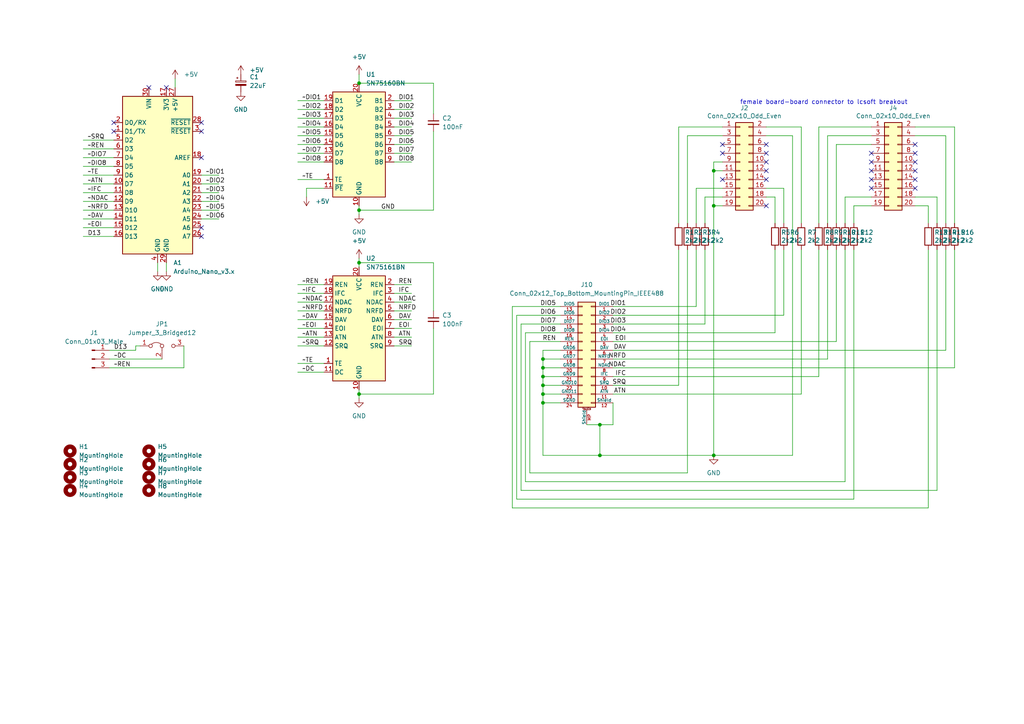
<source format=kicad_sch>
(kicad_sch (version 20211123) (generator eeschema)

  (uuid a878a41c-32aa-43ee-9591-b1229c9d6042)

  (paper "A4")

  (lib_symbols
    (symbol "Connector:Conn_01x03_Male" (pin_names (offset 1.016) hide) (in_bom yes) (on_board yes)
      (property "Reference" "J" (id 0) (at 0 5.08 0)
        (effects (font (size 1.27 1.27)))
      )
      (property "Value" "Conn_01x03_Male" (id 1) (at 0 -5.08 0)
        (effects (font (size 1.27 1.27)))
      )
      (property "Footprint" "" (id 2) (at 0 0 0)
        (effects (font (size 1.27 1.27)) hide)
      )
      (property "Datasheet" "~" (id 3) (at 0 0 0)
        (effects (font (size 1.27 1.27)) hide)
      )
      (property "ki_keywords" "connector" (id 4) (at 0 0 0)
        (effects (font (size 1.27 1.27)) hide)
      )
      (property "ki_description" "Generic connector, single row, 01x03, script generated (kicad-library-utils/schlib/autogen/connector/)" (id 5) (at 0 0 0)
        (effects (font (size 1.27 1.27)) hide)
      )
      (property "ki_fp_filters" "Connector*:*_1x??_*" (id 6) (at 0 0 0)
        (effects (font (size 1.27 1.27)) hide)
      )
      (symbol "Conn_01x03_Male_1_1"
        (polyline
          (pts
            (xy 1.27 -2.54)
            (xy 0.8636 -2.54)
          )
          (stroke (width 0.1524) (type default) (color 0 0 0 0))
          (fill (type none))
        )
        (polyline
          (pts
            (xy 1.27 0)
            (xy 0.8636 0)
          )
          (stroke (width 0.1524) (type default) (color 0 0 0 0))
          (fill (type none))
        )
        (polyline
          (pts
            (xy 1.27 2.54)
            (xy 0.8636 2.54)
          )
          (stroke (width 0.1524) (type default) (color 0 0 0 0))
          (fill (type none))
        )
        (rectangle (start 0.8636 -2.413) (end 0 -2.667)
          (stroke (width 0.1524) (type default) (color 0 0 0 0))
          (fill (type outline))
        )
        (rectangle (start 0.8636 0.127) (end 0 -0.127)
          (stroke (width 0.1524) (type default) (color 0 0 0 0))
          (fill (type outline))
        )
        (rectangle (start 0.8636 2.667) (end 0 2.413)
          (stroke (width 0.1524) (type default) (color 0 0 0 0))
          (fill (type outline))
        )
        (pin passive line (at 5.08 2.54 180) (length 3.81)
          (name "Pin_1" (effects (font (size 1.27 1.27))))
          (number "1" (effects (font (size 1.27 1.27))))
        )
        (pin passive line (at 5.08 0 180) (length 3.81)
          (name "Pin_2" (effects (font (size 1.27 1.27))))
          (number "2" (effects (font (size 1.27 1.27))))
        )
        (pin passive line (at 5.08 -2.54 180) (length 3.81)
          (name "Pin_3" (effects (font (size 1.27 1.27))))
          (number "3" (effects (font (size 1.27 1.27))))
        )
      )
    )
    (symbol "Connector_Generic:Conn_02x10_Odd_Even" (pin_names (offset 1.016) hide) (in_bom yes) (on_board yes)
      (property "Reference" "J" (id 0) (at 1.27 12.7 0)
        (effects (font (size 1.27 1.27)))
      )
      (property "Value" "Conn_02x10_Odd_Even" (id 1) (at 1.27 -15.24 0)
        (effects (font (size 1.27 1.27)))
      )
      (property "Footprint" "" (id 2) (at 0 0 0)
        (effects (font (size 1.27 1.27)) hide)
      )
      (property "Datasheet" "~" (id 3) (at 0 0 0)
        (effects (font (size 1.27 1.27)) hide)
      )
      (property "ki_keywords" "connector" (id 4) (at 0 0 0)
        (effects (font (size 1.27 1.27)) hide)
      )
      (property "ki_description" "Generic connector, double row, 02x10, odd/even pin numbering scheme (row 1 odd numbers, row 2 even numbers), script generated (kicad-library-utils/schlib/autogen/connector/)" (id 5) (at 0 0 0)
        (effects (font (size 1.27 1.27)) hide)
      )
      (property "ki_fp_filters" "Connector*:*_2x??_*" (id 6) (at 0 0 0)
        (effects (font (size 1.27 1.27)) hide)
      )
      (symbol "Conn_02x10_Odd_Even_1_1"
        (rectangle (start -1.27 -12.573) (end 0 -12.827)
          (stroke (width 0.1524) (type default) (color 0 0 0 0))
          (fill (type none))
        )
        (rectangle (start -1.27 -10.033) (end 0 -10.287)
          (stroke (width 0.1524) (type default) (color 0 0 0 0))
          (fill (type none))
        )
        (rectangle (start -1.27 -7.493) (end 0 -7.747)
          (stroke (width 0.1524) (type default) (color 0 0 0 0))
          (fill (type none))
        )
        (rectangle (start -1.27 -4.953) (end 0 -5.207)
          (stroke (width 0.1524) (type default) (color 0 0 0 0))
          (fill (type none))
        )
        (rectangle (start -1.27 -2.413) (end 0 -2.667)
          (stroke (width 0.1524) (type default) (color 0 0 0 0))
          (fill (type none))
        )
        (rectangle (start -1.27 0.127) (end 0 -0.127)
          (stroke (width 0.1524) (type default) (color 0 0 0 0))
          (fill (type none))
        )
        (rectangle (start -1.27 2.667) (end 0 2.413)
          (stroke (width 0.1524) (type default) (color 0 0 0 0))
          (fill (type none))
        )
        (rectangle (start -1.27 5.207) (end 0 4.953)
          (stroke (width 0.1524) (type default) (color 0 0 0 0))
          (fill (type none))
        )
        (rectangle (start -1.27 7.747) (end 0 7.493)
          (stroke (width 0.1524) (type default) (color 0 0 0 0))
          (fill (type none))
        )
        (rectangle (start -1.27 10.287) (end 0 10.033)
          (stroke (width 0.1524) (type default) (color 0 0 0 0))
          (fill (type none))
        )
        (rectangle (start -1.27 11.43) (end 3.81 -13.97)
          (stroke (width 0.254) (type default) (color 0 0 0 0))
          (fill (type background))
        )
        (rectangle (start 3.81 -12.573) (end 2.54 -12.827)
          (stroke (width 0.1524) (type default) (color 0 0 0 0))
          (fill (type none))
        )
        (rectangle (start 3.81 -10.033) (end 2.54 -10.287)
          (stroke (width 0.1524) (type default) (color 0 0 0 0))
          (fill (type none))
        )
        (rectangle (start 3.81 -7.493) (end 2.54 -7.747)
          (stroke (width 0.1524) (type default) (color 0 0 0 0))
          (fill (type none))
        )
        (rectangle (start 3.81 -4.953) (end 2.54 -5.207)
          (stroke (width 0.1524) (type default) (color 0 0 0 0))
          (fill (type none))
        )
        (rectangle (start 3.81 -2.413) (end 2.54 -2.667)
          (stroke (width 0.1524) (type default) (color 0 0 0 0))
          (fill (type none))
        )
        (rectangle (start 3.81 0.127) (end 2.54 -0.127)
          (stroke (width 0.1524) (type default) (color 0 0 0 0))
          (fill (type none))
        )
        (rectangle (start 3.81 2.667) (end 2.54 2.413)
          (stroke (width 0.1524) (type default) (color 0 0 0 0))
          (fill (type none))
        )
        (rectangle (start 3.81 5.207) (end 2.54 4.953)
          (stroke (width 0.1524) (type default) (color 0 0 0 0))
          (fill (type none))
        )
        (rectangle (start 3.81 7.747) (end 2.54 7.493)
          (stroke (width 0.1524) (type default) (color 0 0 0 0))
          (fill (type none))
        )
        (rectangle (start 3.81 10.287) (end 2.54 10.033)
          (stroke (width 0.1524) (type default) (color 0 0 0 0))
          (fill (type none))
        )
        (pin passive line (at -5.08 10.16 0) (length 3.81)
          (name "Pin_1" (effects (font (size 1.27 1.27))))
          (number "1" (effects (font (size 1.27 1.27))))
        )
        (pin passive line (at 7.62 0 180) (length 3.81)
          (name "Pin_10" (effects (font (size 1.27 1.27))))
          (number "10" (effects (font (size 1.27 1.27))))
        )
        (pin passive line (at -5.08 -2.54 0) (length 3.81)
          (name "Pin_11" (effects (font (size 1.27 1.27))))
          (number "11" (effects (font (size 1.27 1.27))))
        )
        (pin passive line (at 7.62 -2.54 180) (length 3.81)
          (name "Pin_12" (effects (font (size 1.27 1.27))))
          (number "12" (effects (font (size 1.27 1.27))))
        )
        (pin passive line (at -5.08 -5.08 0) (length 3.81)
          (name "Pin_13" (effects (font (size 1.27 1.27))))
          (number "13" (effects (font (size 1.27 1.27))))
        )
        (pin passive line (at 7.62 -5.08 180) (length 3.81)
          (name "Pin_14" (effects (font (size 1.27 1.27))))
          (number "14" (effects (font (size 1.27 1.27))))
        )
        (pin passive line (at -5.08 -7.62 0) (length 3.81)
          (name "Pin_15" (effects (font (size 1.27 1.27))))
          (number "15" (effects (font (size 1.27 1.27))))
        )
        (pin passive line (at 7.62 -7.62 180) (length 3.81)
          (name "Pin_16" (effects (font (size 1.27 1.27))))
          (number "16" (effects (font (size 1.27 1.27))))
        )
        (pin passive line (at -5.08 -10.16 0) (length 3.81)
          (name "Pin_17" (effects (font (size 1.27 1.27))))
          (number "17" (effects (font (size 1.27 1.27))))
        )
        (pin passive line (at 7.62 -10.16 180) (length 3.81)
          (name "Pin_18" (effects (font (size 1.27 1.27))))
          (number "18" (effects (font (size 1.27 1.27))))
        )
        (pin passive line (at -5.08 -12.7 0) (length 3.81)
          (name "Pin_19" (effects (font (size 1.27 1.27))))
          (number "19" (effects (font (size 1.27 1.27))))
        )
        (pin passive line (at 7.62 10.16 180) (length 3.81)
          (name "Pin_2" (effects (font (size 1.27 1.27))))
          (number "2" (effects (font (size 1.27 1.27))))
        )
        (pin passive line (at 7.62 -12.7 180) (length 3.81)
          (name "Pin_20" (effects (font (size 1.27 1.27))))
          (number "20" (effects (font (size 1.27 1.27))))
        )
        (pin passive line (at -5.08 7.62 0) (length 3.81)
          (name "Pin_3" (effects (font (size 1.27 1.27))))
          (number "3" (effects (font (size 1.27 1.27))))
        )
        (pin passive line (at 7.62 7.62 180) (length 3.81)
          (name "Pin_4" (effects (font (size 1.27 1.27))))
          (number "4" (effects (font (size 1.27 1.27))))
        )
        (pin passive line (at -5.08 5.08 0) (length 3.81)
          (name "Pin_5" (effects (font (size 1.27 1.27))))
          (number "5" (effects (font (size 1.27 1.27))))
        )
        (pin passive line (at 7.62 5.08 180) (length 3.81)
          (name "Pin_6" (effects (font (size 1.27 1.27))))
          (number "6" (effects (font (size 1.27 1.27))))
        )
        (pin passive line (at -5.08 2.54 0) (length 3.81)
          (name "Pin_7" (effects (font (size 1.27 1.27))))
          (number "7" (effects (font (size 1.27 1.27))))
        )
        (pin passive line (at 7.62 2.54 180) (length 3.81)
          (name "Pin_8" (effects (font (size 1.27 1.27))))
          (number "8" (effects (font (size 1.27 1.27))))
        )
        (pin passive line (at -5.08 0 0) (length 3.81)
          (name "Pin_9" (effects (font (size 1.27 1.27))))
          (number "9" (effects (font (size 1.27 1.27))))
        )
      )
    )
    (symbol "David:Conn_02x12_Top_Bottom_MountingPin_IEEE488" (pin_names (offset 0)) (in_bom yes) (on_board yes)
      (property "Reference" "J" (id 0) (at 1.27 15.24 0)
        (effects (font (size 1.27 1.27)))
      )
      (property "Value" "Conn_02x12_Top_Bottom_MountingPin_IEEE488" (id 1) (at 2.54 -17.78 0)
        (effects (font (size 1.27 1.27)) (justify left))
      )
      (property "Footprint" "" (id 2) (at 0 0 0)
        (effects (font (size 1.27 1.27)) hide)
      )
      (property "Datasheet" "~" (id 3) (at 0 0 0)
        (effects (font (size 1.27 1.27)) hide)
      )
      (property "ki_keywords" "connector" (id 4) (at 0 0 0)
        (effects (font (size 1.27 1.27)) hide)
      )
      (property "ki_description" "Generic connectable mounting pin connector, double row, 02x12, top/bottom pin numbering scheme (row 1: 1...pins_per_row, row2: pins_per_row+1 ... num_pins), script generated (kicad-library-utils/schlib/autogen/connector/)" (id 5) (at 0 0 0)
        (effects (font (size 1.27 1.27)) hide)
      )
      (property "ki_fp_filters" "Connector*:*_2x??-1MP*" (id 6) (at 0 0 0)
        (effects (font (size 1.27 1.27)) hide)
      )
      (symbol "Conn_02x12_Top_Bottom_MountingPin_IEEE488_1_1"
        (rectangle (start -1.27 -15.113) (end 0 -15.367)
          (stroke (width 0.1524) (type default) (color 0 0 0 0))
          (fill (type none))
        )
        (rectangle (start -1.27 -12.573) (end 0 -12.827)
          (stroke (width 0.1524) (type default) (color 0 0 0 0))
          (fill (type none))
        )
        (rectangle (start -1.27 -10.033) (end 0 -10.287)
          (stroke (width 0.1524) (type default) (color 0 0 0 0))
          (fill (type none))
        )
        (rectangle (start -1.27 -7.493) (end 0 -7.747)
          (stroke (width 0.1524) (type default) (color 0 0 0 0))
          (fill (type none))
        )
        (rectangle (start -1.27 -4.953) (end 0 -5.207)
          (stroke (width 0.1524) (type default) (color 0 0 0 0))
          (fill (type none))
        )
        (rectangle (start -1.27 -2.413) (end 0 -2.667)
          (stroke (width 0.1524) (type default) (color 0 0 0 0))
          (fill (type none))
        )
        (rectangle (start -1.27 0.127) (end 0 -0.127)
          (stroke (width 0.1524) (type default) (color 0 0 0 0))
          (fill (type none))
        )
        (rectangle (start -1.27 2.667) (end 0 2.413)
          (stroke (width 0.1524) (type default) (color 0 0 0 0))
          (fill (type none))
        )
        (rectangle (start -1.27 5.207) (end 0 4.953)
          (stroke (width 0.1524) (type default) (color 0 0 0 0))
          (fill (type none))
        )
        (rectangle (start -1.27 7.747) (end 0 7.493)
          (stroke (width 0.1524) (type default) (color 0 0 0 0))
          (fill (type none))
        )
        (rectangle (start -1.27 10.287) (end 0 10.033)
          (stroke (width 0.1524) (type default) (color 0 0 0 0))
          (fill (type none))
        )
        (rectangle (start -1.27 12.827) (end 0 12.573)
          (stroke (width 0.1524) (type default) (color 0 0 0 0))
          (fill (type none))
        )
        (rectangle (start -1.27 13.97) (end 3.81 -16.51)
          (stroke (width 0.254) (type default) (color 0 0 0 0))
          (fill (type background))
        )
        (polyline
          (pts
            (xy 0.254 -17.272)
            (xy 2.286 -17.272)
          )
          (stroke (width 0.1524) (type default) (color 0 0 0 0))
          (fill (type none))
        )
        (rectangle (start 3.81 -15.113) (end 2.54 -15.367)
          (stroke (width 0.1524) (type default) (color 0 0 0 0))
          (fill (type none))
        )
        (rectangle (start 3.81 -12.573) (end 2.54 -12.827)
          (stroke (width 0.1524) (type default) (color 0 0 0 0))
          (fill (type none))
        )
        (rectangle (start 3.81 -10.033) (end 2.54 -10.287)
          (stroke (width 0.1524) (type default) (color 0 0 0 0))
          (fill (type none))
        )
        (rectangle (start 3.81 -7.493) (end 2.54 -7.747)
          (stroke (width 0.1524) (type default) (color 0 0 0 0))
          (fill (type none))
        )
        (rectangle (start 3.81 -4.953) (end 2.54 -5.207)
          (stroke (width 0.1524) (type default) (color 0 0 0 0))
          (fill (type none))
        )
        (rectangle (start 3.81 -2.413) (end 2.54 -2.667)
          (stroke (width 0.1524) (type default) (color 0 0 0 0))
          (fill (type none))
        )
        (rectangle (start 3.81 0.127) (end 2.54 -0.127)
          (stroke (width 0.1524) (type default) (color 0 0 0 0))
          (fill (type none))
        )
        (rectangle (start 3.81 2.667) (end 2.54 2.413)
          (stroke (width 0.1524) (type default) (color 0 0 0 0))
          (fill (type none))
        )
        (rectangle (start 3.81 5.207) (end 2.54 4.953)
          (stroke (width 0.1524) (type default) (color 0 0 0 0))
          (fill (type none))
        )
        (rectangle (start 3.81 7.747) (end 2.54 7.493)
          (stroke (width 0.1524) (type default) (color 0 0 0 0))
          (fill (type none))
        )
        (rectangle (start 3.81 10.287) (end 2.54 10.033)
          (stroke (width 0.1524) (type default) (color 0 0 0 0))
          (fill (type none))
        )
        (rectangle (start 3.81 12.827) (end 2.54 12.573)
          (stroke (width 0.1524) (type default) (color 0 0 0 0))
          (fill (type none))
        )
        (text "Mounting" (at 1.27 -16.891 0)
          (effects (font (size 0.381 0.381)))
        )
        (pin passive line (at -6.35 12.7 0) (length 5.08)
          (name "DIO1" (effects (font (size 0.889 0.889))))
          (number "1" (effects (font (size 0.889 0.889))))
        )
        (pin passive line (at -6.35 -10.16 0) (length 5.08)
          (name "SRQ" (effects (font (size 0.889 0.889))))
          (number "10" (effects (font (size 0.889 0.889))))
        )
        (pin passive line (at -6.35 -12.7 0) (length 5.08)
          (name "ATN" (effects (font (size 0.889 0.889))))
          (number "11" (effects (font (size 0.889 0.889))))
        )
        (pin passive line (at -6.35 -15.24 0) (length 5.08)
          (name "Shield" (effects (font (size 0.889 0.889))))
          (number "12" (effects (font (size 0.889 0.889))))
        )
        (pin passive line (at 8.89 12.7 180) (length 5.08)
          (name "DIO5" (effects (font (size 0.889 0.889))))
          (number "13" (effects (font (size 0.889 0.889))))
        )
        (pin passive line (at 8.89 10.16 180) (length 5.08)
          (name "DIO6" (effects (font (size 0.889 0.889))))
          (number "14" (effects (font (size 0.889 0.889))))
        )
        (pin passive line (at 8.89 7.62 180) (length 5.08)
          (name "DIO7" (effects (font (size 0.889 0.889))))
          (number "15" (effects (font (size 0.889 0.889))))
        )
        (pin passive line (at 8.89 5.08 180) (length 5.08)
          (name "DIO8" (effects (font (size 0.889 0.889))))
          (number "16" (effects (font (size 0.889 0.889))))
        )
        (pin passive line (at 8.89 2.54 180) (length 5.08)
          (name "REN" (effects (font (size 0.889 0.889))))
          (number "17" (effects (font (size 0.889 0.889))))
        )
        (pin passive line (at 8.89 0 180) (length 5.08)
          (name "GND6" (effects (font (size 0.889 0.889))))
          (number "18" (effects (font (size 0.889 0.889))))
        )
        (pin passive line (at 8.89 -2.54 180) (length 5.08)
          (name "GND7" (effects (font (size 0.889 0.889))))
          (number "19" (effects (font (size 0.889 0.889))))
        )
        (pin passive line (at -6.35 10.16 0) (length 5.08)
          (name "DIO2" (effects (font (size 0.889 0.889))))
          (number "2" (effects (font (size 0.889 0.889))))
        )
        (pin passive line (at 8.89 -5.08 180) (length 5.08)
          (name "GND8" (effects (font (size 0.889 0.889))))
          (number "20" (effects (font (size 0.889 0.889))))
        )
        (pin passive line (at 8.89 -7.62 180) (length 5.08)
          (name "GND9" (effects (font (size 0.889 0.889))))
          (number "21" (effects (font (size 0.889 0.889))))
        )
        (pin passive line (at 8.89 -10.16 180) (length 5.08)
          (name "GND10" (effects (font (size 0.889 0.889))))
          (number "22" (effects (font (size 0.889 0.889))))
        )
        (pin passive line (at 8.89 -12.7 180) (length 5.08)
          (name "GND11" (effects (font (size 0.889 0.889))))
          (number "23" (effects (font (size 0.889 0.889))))
        )
        (pin passive line (at 8.89 -15.24 180) (length 5.08)
          (name "SGND" (effects (font (size 0.889 0.889))))
          (number "24" (effects (font (size 0.889 0.889))))
        )
        (pin passive line (at -6.35 7.62 0) (length 5.08)
          (name "DIO3" (effects (font (size 0.889 0.889))))
          (number "3" (effects (font (size 0.889 0.889))))
        )
        (pin passive line (at -6.35 5.08 0) (length 5.08)
          (name "DIO4" (effects (font (size 0.889 0.889))))
          (number "4" (effects (font (size 0.889 0.889))))
        )
        (pin passive line (at -6.35 2.54 0) (length 5.08)
          (name "EOI" (effects (font (size 0.889 0.889))))
          (number "5" (effects (font (size 0.889 0.889))))
        )
        (pin passive line (at -6.35 0 0) (length 5.08)
          (name "DAV" (effects (font (size 0.889 0.889))))
          (number "6" (effects (font (size 0.889 0.889))))
        )
        (pin passive line (at -6.35 -2.54 0) (length 5.08)
          (name "NRFD" (effects (font (size 0.889 0.889))))
          (number "7" (effects (font (size 0.889 0.889))))
        )
        (pin passive line (at -6.35 -5.08 0) (length 5.08)
          (name "NDAC" (effects (font (size 0.889 0.889))))
          (number "8" (effects (font (size 0.889 0.889))))
        )
        (pin passive line (at -6.35 -7.62 0) (length 5.08)
          (name "IFC" (effects (font (size 0.889 0.889))))
          (number "9" (effects (font (size 0.889 0.889))))
        )
        (pin passive line (at 1.27 -21.59 90) (length 4.318)
          (name "Shield" (effects (font (size 0.889 0.889))))
          (number "MP" (effects (font (size 0.889 0.889))))
        )
      )
    )
    (symbol "David:SN75161BN" (in_bom yes) (on_board yes)
      (property "Reference" "U" (id 0) (at -3.81 19.05 0)
        (effects (font (size 1.27 1.27)))
      )
      (property "Value" "SN75161BN" (id 1) (at -7.62 16.51 0)
        (effects (font (size 1.27 1.27)))
      )
      (property "Footprint" "Package_DIP:DIP-20_W7.62mm" (id 2) (at 0 -7.62 0)
        (effects (font (size 1.27 1.27)) hide)
      )
      (property "Datasheet" "https://www.ti.com/lit/ds/symlink/sn75161b.pdf" (id 3) (at -20.32 5.08 0)
        (effects (font (size 1.27 1.27)) hide)
      )
      (property "ki_keywords" "gpib bidirectional bus transceiver" (id 4) (at 0 0 0)
        (effects (font (size 1.27 1.27)) hide)
      )
      (property "ki_description" "Octal General-Purpose Interface Bus Transceiver, DIP-20" (id 5) (at 0 0 0)
        (effects (font (size 1.27 1.27)) hide)
      )
      (property "ki_fp_filters" "DIP*W7.62mm*" (id 6) (at 0 0 0)
        (effects (font (size 1.27 1.27)) hide)
      )
      (symbol "SN75161BN_1_1"
        (rectangle (start -7.62 15.24) (end 7.62 -15.24)
          (stroke (width 0.254) (type default) (color 0 0 0 0))
          (fill (type background))
        )
        (pin input line (at -10.16 -10.16 0) (length 2.54)
          (name "TE" (effects (font (size 1.27 1.27))))
          (number "1" (effects (font (size 1.27 1.27))))
        )
        (pin power_in line (at 0 -17.78 90) (length 2.54)
          (name "GND" (effects (font (size 1.27 1.27))))
          (number "10" (effects (font (size 1.27 1.27))))
        )
        (pin input line (at -10.16 -12.7 0) (length 2.54)
          (name "DC" (effects (font (size 1.27 1.27))))
          (number "11" (effects (font (size 1.27 1.27))))
        )
        (pin bidirectional line (at -10.16 -5.08 0) (length 2.54)
          (name "SRQ" (effects (font (size 1.27 1.27))))
          (number "12" (effects (font (size 1.27 1.27))))
        )
        (pin bidirectional line (at -10.16 -2.54 0) (length 2.54)
          (name "ATN" (effects (font (size 1.27 1.27))))
          (number "13" (effects (font (size 1.27 1.27))))
        )
        (pin bidirectional line (at -10.16 0 0) (length 2.54)
          (name "EOI" (effects (font (size 1.27 1.27))))
          (number "14" (effects (font (size 1.27 1.27))))
        )
        (pin bidirectional line (at -10.16 2.54 0) (length 2.54)
          (name "DAV" (effects (font (size 1.27 1.27))))
          (number "15" (effects (font (size 1.27 1.27))))
        )
        (pin bidirectional line (at -10.16 5.08 0) (length 2.54)
          (name "NRFD" (effects (font (size 1.27 1.27))))
          (number "16" (effects (font (size 1.27 1.27))))
        )
        (pin bidirectional line (at -10.16 7.62 0) (length 2.54)
          (name "NDAC" (effects (font (size 1.27 1.27))))
          (number "17" (effects (font (size 1.27 1.27))))
        )
        (pin bidirectional line (at -10.16 10.16 0) (length 2.54)
          (name "IFC" (effects (font (size 1.27 1.27))))
          (number "18" (effects (font (size 1.27 1.27))))
        )
        (pin bidirectional line (at -10.16 12.7 0) (length 2.54)
          (name "REN" (effects (font (size 1.27 1.27))))
          (number "19" (effects (font (size 1.27 1.27))))
        )
        (pin bidirectional line (at 10.16 12.7 180) (length 2.54)
          (name "REN" (effects (font (size 1.27 1.27))))
          (number "2" (effects (font (size 1.27 1.27))))
        )
        (pin power_in line (at 0 17.78 270) (length 2.54)
          (name "VCC" (effects (font (size 1.27 1.27))))
          (number "20" (effects (font (size 1.27 1.27))))
        )
        (pin bidirectional line (at 10.16 10.16 180) (length 2.54)
          (name "IFC" (effects (font (size 1.27 1.27))))
          (number "3" (effects (font (size 1.27 1.27))))
        )
        (pin bidirectional line (at 10.16 7.62 180) (length 2.54)
          (name "NDAC" (effects (font (size 1.27 1.27))))
          (number "4" (effects (font (size 1.27 1.27))))
        )
        (pin bidirectional line (at 10.16 5.08 180) (length 2.54)
          (name "NRFD" (effects (font (size 1.27 1.27))))
          (number "5" (effects (font (size 1.27 1.27))))
        )
        (pin bidirectional line (at 10.16 2.54 180) (length 2.54)
          (name "DAV" (effects (font (size 1.27 1.27))))
          (number "6" (effects (font (size 1.27 1.27))))
        )
        (pin bidirectional line (at 10.16 0 180) (length 2.54)
          (name "EOI" (effects (font (size 1.27 1.27))))
          (number "7" (effects (font (size 1.27 1.27))))
        )
        (pin bidirectional line (at 10.16 -2.54 180) (length 2.54)
          (name "ATN" (effects (font (size 1.27 1.27))))
          (number "8" (effects (font (size 1.27 1.27))))
        )
        (pin bidirectional line (at 10.16 -5.08 180) (length 2.54)
          (name "SRQ" (effects (font (size 1.27 1.27))))
          (number "9" (effects (font (size 1.27 1.27))))
        )
      )
    )
    (symbol "Device:C_Polarized_Small" (pin_numbers hide) (pin_names (offset 0.254) hide) (in_bom yes) (on_board yes)
      (property "Reference" "C" (id 0) (at 0.254 1.778 0)
        (effects (font (size 1.27 1.27)) (justify left))
      )
      (property "Value" "C_Polarized_Small" (id 1) (at 0.254 -2.032 0)
        (effects (font (size 1.27 1.27)) (justify left))
      )
      (property "Footprint" "" (id 2) (at 0 0 0)
        (effects (font (size 1.27 1.27)) hide)
      )
      (property "Datasheet" "~" (id 3) (at 0 0 0)
        (effects (font (size 1.27 1.27)) hide)
      )
      (property "ki_keywords" "cap capacitor" (id 4) (at 0 0 0)
        (effects (font (size 1.27 1.27)) hide)
      )
      (property "ki_description" "Polarized capacitor, small symbol" (id 5) (at 0 0 0)
        (effects (font (size 1.27 1.27)) hide)
      )
      (property "ki_fp_filters" "CP_*" (id 6) (at 0 0 0)
        (effects (font (size 1.27 1.27)) hide)
      )
      (symbol "C_Polarized_Small_0_1"
        (rectangle (start -1.524 -0.3048) (end 1.524 -0.6858)
          (stroke (width 0) (type default) (color 0 0 0 0))
          (fill (type outline))
        )
        (rectangle (start -1.524 0.6858) (end 1.524 0.3048)
          (stroke (width 0) (type default) (color 0 0 0 0))
          (fill (type none))
        )
        (polyline
          (pts
            (xy -1.27 1.524)
            (xy -0.762 1.524)
          )
          (stroke (width 0) (type default) (color 0 0 0 0))
          (fill (type none))
        )
        (polyline
          (pts
            (xy -1.016 1.27)
            (xy -1.016 1.778)
          )
          (stroke (width 0) (type default) (color 0 0 0 0))
          (fill (type none))
        )
      )
      (symbol "C_Polarized_Small_1_1"
        (pin passive line (at 0 2.54 270) (length 1.8542)
          (name "~" (effects (font (size 1.27 1.27))))
          (number "1" (effects (font (size 1.27 1.27))))
        )
        (pin passive line (at 0 -2.54 90) (length 1.8542)
          (name "~" (effects (font (size 1.27 1.27))))
          (number "2" (effects (font (size 1.27 1.27))))
        )
      )
    )
    (symbol "Device:C_Small" (pin_numbers hide) (pin_names (offset 0.254) hide) (in_bom yes) (on_board yes)
      (property "Reference" "C" (id 0) (at 0.254 1.778 0)
        (effects (font (size 1.27 1.27)) (justify left))
      )
      (property "Value" "C_Small" (id 1) (at 0.254 -2.032 0)
        (effects (font (size 1.27 1.27)) (justify left))
      )
      (property "Footprint" "" (id 2) (at 0 0 0)
        (effects (font (size 1.27 1.27)) hide)
      )
      (property "Datasheet" "~" (id 3) (at 0 0 0)
        (effects (font (size 1.27 1.27)) hide)
      )
      (property "ki_keywords" "capacitor cap" (id 4) (at 0 0 0)
        (effects (font (size 1.27 1.27)) hide)
      )
      (property "ki_description" "Unpolarized capacitor, small symbol" (id 5) (at 0 0 0)
        (effects (font (size 1.27 1.27)) hide)
      )
      (property "ki_fp_filters" "C_*" (id 6) (at 0 0 0)
        (effects (font (size 1.27 1.27)) hide)
      )
      (symbol "C_Small_0_1"
        (polyline
          (pts
            (xy -1.524 -0.508)
            (xy 1.524 -0.508)
          )
          (stroke (width 0.3302) (type default) (color 0 0 0 0))
          (fill (type none))
        )
        (polyline
          (pts
            (xy -1.524 0.508)
            (xy 1.524 0.508)
          )
          (stroke (width 0.3048) (type default) (color 0 0 0 0))
          (fill (type none))
        )
      )
      (symbol "C_Small_1_1"
        (pin passive line (at 0 2.54 270) (length 2.032)
          (name "~" (effects (font (size 1.27 1.27))))
          (number "1" (effects (font (size 1.27 1.27))))
        )
        (pin passive line (at 0 -2.54 90) (length 2.032)
          (name "~" (effects (font (size 1.27 1.27))))
          (number "2" (effects (font (size 1.27 1.27))))
        )
      )
    )
    (symbol "Device:R" (pin_numbers hide) (pin_names (offset 0)) (in_bom yes) (on_board yes)
      (property "Reference" "R" (id 0) (at 2.032 0 90)
        (effects (font (size 1.27 1.27)))
      )
      (property "Value" "R" (id 1) (at 0 0 90)
        (effects (font (size 1.27 1.27)))
      )
      (property "Footprint" "" (id 2) (at -1.778 0 90)
        (effects (font (size 1.27 1.27)) hide)
      )
      (property "Datasheet" "~" (id 3) (at 0 0 0)
        (effects (font (size 1.27 1.27)) hide)
      )
      (property "ki_keywords" "R res resistor" (id 4) (at 0 0 0)
        (effects (font (size 1.27 1.27)) hide)
      )
      (property "ki_description" "Resistor" (id 5) (at 0 0 0)
        (effects (font (size 1.27 1.27)) hide)
      )
      (property "ki_fp_filters" "R_*" (id 6) (at 0 0 0)
        (effects (font (size 1.27 1.27)) hide)
      )
      (symbol "R_0_1"
        (rectangle (start -1.016 -2.54) (end 1.016 2.54)
          (stroke (width 0.254) (type default) (color 0 0 0 0))
          (fill (type none))
        )
      )
      (symbol "R_1_1"
        (pin passive line (at 0 3.81 270) (length 1.27)
          (name "~" (effects (font (size 1.27 1.27))))
          (number "1" (effects (font (size 1.27 1.27))))
        )
        (pin passive line (at 0 -3.81 90) (length 1.27)
          (name "~" (effects (font (size 1.27 1.27))))
          (number "2" (effects (font (size 1.27 1.27))))
        )
      )
    )
    (symbol "Interface:SN75160BN" (in_bom yes) (on_board yes)
      (property "Reference" "U" (id 0) (at -3.81 19.05 0)
        (effects (font (size 1.27 1.27)))
      )
      (property "Value" "SN75160BN" (id 1) (at -7.62 16.51 0)
        (effects (font (size 1.27 1.27)))
      )
      (property "Footprint" "Package_DIP:DIP-20_W7.62mm" (id 2) (at 0 -7.62 0)
        (effects (font (size 1.27 1.27)) hide)
      )
      (property "Datasheet" "http://www.ti.com/lit/ds/symlink/sn75160b.pdf" (id 3) (at -20.32 5.08 0)
        (effects (font (size 1.27 1.27)) hide)
      )
      (property "ki_keywords" "gpib bidirectional bus transceiver" (id 4) (at 0 0 0)
        (effects (font (size 1.27 1.27)) hide)
      )
      (property "ki_description" "Octal general-purpose interface bus transceiver, DIP-20" (id 5) (at 0 0 0)
        (effects (font (size 1.27 1.27)) hide)
      )
      (property "ki_fp_filters" "DIP*W7.62mm*" (id 6) (at 0 0 0)
        (effects (font (size 1.27 1.27)) hide)
      )
      (symbol "SN75160BN_1_1"
        (rectangle (start -7.62 15.24) (end 7.62 -15.24)
          (stroke (width 0.254) (type default) (color 0 0 0 0))
          (fill (type background))
        )
        (pin input line (at -10.16 -10.16 0) (length 2.54)
          (name "TE" (effects (font (size 1.27 1.27))))
          (number "1" (effects (font (size 1.27 1.27))))
        )
        (pin power_in line (at 0 -17.78 90) (length 2.54)
          (name "GND" (effects (font (size 1.27 1.27))))
          (number "10" (effects (font (size 1.27 1.27))))
        )
        (pin input line (at -10.16 -12.7 0) (length 2.54)
          (name "~{PE}" (effects (font (size 1.27 1.27))))
          (number "11" (effects (font (size 1.27 1.27))))
        )
        (pin bidirectional line (at -10.16 -5.08 0) (length 2.54)
          (name "D8" (effects (font (size 1.27 1.27))))
          (number "12" (effects (font (size 1.27 1.27))))
        )
        (pin bidirectional line (at -10.16 -2.54 0) (length 2.54)
          (name "D7" (effects (font (size 1.27 1.27))))
          (number "13" (effects (font (size 1.27 1.27))))
        )
        (pin bidirectional line (at -10.16 0 0) (length 2.54)
          (name "D6" (effects (font (size 1.27 1.27))))
          (number "14" (effects (font (size 1.27 1.27))))
        )
        (pin bidirectional line (at -10.16 2.54 0) (length 2.54)
          (name "D5" (effects (font (size 1.27 1.27))))
          (number "15" (effects (font (size 1.27 1.27))))
        )
        (pin bidirectional line (at -10.16 5.08 0) (length 2.54)
          (name "D4" (effects (font (size 1.27 1.27))))
          (number "16" (effects (font (size 1.27 1.27))))
        )
        (pin bidirectional line (at -10.16 7.62 0) (length 2.54)
          (name "D3" (effects (font (size 1.27 1.27))))
          (number "17" (effects (font (size 1.27 1.27))))
        )
        (pin bidirectional line (at -10.16 10.16 0) (length 2.54)
          (name "D2" (effects (font (size 1.27 1.27))))
          (number "18" (effects (font (size 1.27 1.27))))
        )
        (pin bidirectional line (at -10.16 12.7 0) (length 2.54)
          (name "D1" (effects (font (size 1.27 1.27))))
          (number "19" (effects (font (size 1.27 1.27))))
        )
        (pin bidirectional line (at 10.16 12.7 180) (length 2.54)
          (name "B1" (effects (font (size 1.27 1.27))))
          (number "2" (effects (font (size 1.27 1.27))))
        )
        (pin power_in line (at 0 17.78 270) (length 2.54)
          (name "VCC" (effects (font (size 1.27 1.27))))
          (number "20" (effects (font (size 1.27 1.27))))
        )
        (pin bidirectional line (at 10.16 10.16 180) (length 2.54)
          (name "B2" (effects (font (size 1.27 1.27))))
          (number "3" (effects (font (size 1.27 1.27))))
        )
        (pin bidirectional line (at 10.16 7.62 180) (length 2.54)
          (name "B3" (effects (font (size 1.27 1.27))))
          (number "4" (effects (font (size 1.27 1.27))))
        )
        (pin bidirectional line (at 10.16 5.08 180) (length 2.54)
          (name "B4" (effects (font (size 1.27 1.27))))
          (number "5" (effects (font (size 1.27 1.27))))
        )
        (pin bidirectional line (at 10.16 2.54 180) (length 2.54)
          (name "B5" (effects (font (size 1.27 1.27))))
          (number "6" (effects (font (size 1.27 1.27))))
        )
        (pin bidirectional line (at 10.16 0 180) (length 2.54)
          (name "B6" (effects (font (size 1.27 1.27))))
          (number "7" (effects (font (size 1.27 1.27))))
        )
        (pin bidirectional line (at 10.16 -2.54 180) (length 2.54)
          (name "B7" (effects (font (size 1.27 1.27))))
          (number "8" (effects (font (size 1.27 1.27))))
        )
        (pin bidirectional line (at 10.16 -5.08 180) (length 2.54)
          (name "B8" (effects (font (size 1.27 1.27))))
          (number "9" (effects (font (size 1.27 1.27))))
        )
      )
    )
    (symbol "Jumper:Jumper_3_Bridged12" (pin_names (offset 0) hide) (in_bom yes) (on_board yes)
      (property "Reference" "JP" (id 0) (at -2.54 -2.54 0)
        (effects (font (size 1.27 1.27)))
      )
      (property "Value" "Jumper_3_Bridged12" (id 1) (at 0 2.794 0)
        (effects (font (size 1.27 1.27)))
      )
      (property "Footprint" "" (id 2) (at 0 0 0)
        (effects (font (size 1.27 1.27)) hide)
      )
      (property "Datasheet" "~" (id 3) (at 0 0 0)
        (effects (font (size 1.27 1.27)) hide)
      )
      (property "ki_keywords" "Jumper SPDT" (id 4) (at 0 0 0)
        (effects (font (size 1.27 1.27)) hide)
      )
      (property "ki_description" "Jumper, 3-pole, pins 1+2 closed/bridged" (id 5) (at 0 0 0)
        (effects (font (size 1.27 1.27)) hide)
      )
      (property "ki_fp_filters" "Jumper* TestPoint*3Pads* TestPoint*Bridge*" (id 6) (at 0 0 0)
        (effects (font (size 1.27 1.27)) hide)
      )
      (symbol "Jumper_3_Bridged12_0_0"
        (circle (center -3.302 0) (radius 0.508)
          (stroke (width 0) (type default) (color 0 0 0 0))
          (fill (type none))
        )
        (circle (center 0 0) (radius 0.508)
          (stroke (width 0) (type default) (color 0 0 0 0))
          (fill (type none))
        )
        (circle (center 3.302 0) (radius 0.508)
          (stroke (width 0) (type default) (color 0 0 0 0))
          (fill (type none))
        )
      )
      (symbol "Jumper_3_Bridged12_0_1"
        (arc (start -0.254 0.508) (mid -1.651 0.9912) (end -3.048 0.508)
          (stroke (width 0) (type default) (color 0 0 0 0))
          (fill (type none))
        )
        (polyline
          (pts
            (xy 0 -1.27)
            (xy 0 -0.508)
          )
          (stroke (width 0) (type default) (color 0 0 0 0))
          (fill (type none))
        )
      )
      (symbol "Jumper_3_Bridged12_1_1"
        (pin passive line (at -6.35 0 0) (length 2.54)
          (name "A" (effects (font (size 1.27 1.27))))
          (number "1" (effects (font (size 1.27 1.27))))
        )
        (pin passive line (at 0 -3.81 90) (length 2.54)
          (name "C" (effects (font (size 1.27 1.27))))
          (number "2" (effects (font (size 1.27 1.27))))
        )
        (pin passive line (at 6.35 0 180) (length 2.54)
          (name "B" (effects (font (size 1.27 1.27))))
          (number "3" (effects (font (size 1.27 1.27))))
        )
      )
    )
    (symbol "MCU_Module:Arduino_Nano_v3.x" (in_bom yes) (on_board yes)
      (property "Reference" "A" (id 0) (at -10.16 23.495 0)
        (effects (font (size 1.27 1.27)) (justify left bottom))
      )
      (property "Value" "Arduino_Nano_v3.x" (id 1) (at 5.08 -24.13 0)
        (effects (font (size 1.27 1.27)) (justify left top))
      )
      (property "Footprint" "Module:Arduino_Nano" (id 2) (at 0 0 0)
        (effects (font (size 1.27 1.27) italic) hide)
      )
      (property "Datasheet" "http://www.mouser.com/pdfdocs/Gravitech_Arduino_Nano3_0.pdf" (id 3) (at 0 0 0)
        (effects (font (size 1.27 1.27)) hide)
      )
      (property "ki_keywords" "Arduino nano microcontroller module USB" (id 4) (at 0 0 0)
        (effects (font (size 1.27 1.27)) hide)
      )
      (property "ki_description" "Arduino Nano v3.x" (id 5) (at 0 0 0)
        (effects (font (size 1.27 1.27)) hide)
      )
      (property "ki_fp_filters" "Arduino*Nano*" (id 6) (at 0 0 0)
        (effects (font (size 1.27 1.27)) hide)
      )
      (symbol "Arduino_Nano_v3.x_0_1"
        (rectangle (start -10.16 22.86) (end 10.16 -22.86)
          (stroke (width 0.254) (type default) (color 0 0 0 0))
          (fill (type background))
        )
      )
      (symbol "Arduino_Nano_v3.x_1_1"
        (pin bidirectional line (at -12.7 12.7 0) (length 2.54)
          (name "D1/TX" (effects (font (size 1.27 1.27))))
          (number "1" (effects (font (size 1.27 1.27))))
        )
        (pin bidirectional line (at -12.7 -2.54 0) (length 2.54)
          (name "D7" (effects (font (size 1.27 1.27))))
          (number "10" (effects (font (size 1.27 1.27))))
        )
        (pin bidirectional line (at -12.7 -5.08 0) (length 2.54)
          (name "D8" (effects (font (size 1.27 1.27))))
          (number "11" (effects (font (size 1.27 1.27))))
        )
        (pin bidirectional line (at -12.7 -7.62 0) (length 2.54)
          (name "D9" (effects (font (size 1.27 1.27))))
          (number "12" (effects (font (size 1.27 1.27))))
        )
        (pin bidirectional line (at -12.7 -10.16 0) (length 2.54)
          (name "D10" (effects (font (size 1.27 1.27))))
          (number "13" (effects (font (size 1.27 1.27))))
        )
        (pin bidirectional line (at -12.7 -12.7 0) (length 2.54)
          (name "D11" (effects (font (size 1.27 1.27))))
          (number "14" (effects (font (size 1.27 1.27))))
        )
        (pin bidirectional line (at -12.7 -15.24 0) (length 2.54)
          (name "D12" (effects (font (size 1.27 1.27))))
          (number "15" (effects (font (size 1.27 1.27))))
        )
        (pin bidirectional line (at -12.7 -17.78 0) (length 2.54)
          (name "D13" (effects (font (size 1.27 1.27))))
          (number "16" (effects (font (size 1.27 1.27))))
        )
        (pin power_out line (at 2.54 25.4 270) (length 2.54)
          (name "3V3" (effects (font (size 1.27 1.27))))
          (number "17" (effects (font (size 1.27 1.27))))
        )
        (pin input line (at 12.7 5.08 180) (length 2.54)
          (name "AREF" (effects (font (size 1.27 1.27))))
          (number "18" (effects (font (size 1.27 1.27))))
        )
        (pin bidirectional line (at 12.7 0 180) (length 2.54)
          (name "A0" (effects (font (size 1.27 1.27))))
          (number "19" (effects (font (size 1.27 1.27))))
        )
        (pin bidirectional line (at -12.7 15.24 0) (length 2.54)
          (name "D0/RX" (effects (font (size 1.27 1.27))))
          (number "2" (effects (font (size 1.27 1.27))))
        )
        (pin bidirectional line (at 12.7 -2.54 180) (length 2.54)
          (name "A1" (effects (font (size 1.27 1.27))))
          (number "20" (effects (font (size 1.27 1.27))))
        )
        (pin bidirectional line (at 12.7 -5.08 180) (length 2.54)
          (name "A2" (effects (font (size 1.27 1.27))))
          (number "21" (effects (font (size 1.27 1.27))))
        )
        (pin bidirectional line (at 12.7 -7.62 180) (length 2.54)
          (name "A3" (effects (font (size 1.27 1.27))))
          (number "22" (effects (font (size 1.27 1.27))))
        )
        (pin bidirectional line (at 12.7 -10.16 180) (length 2.54)
          (name "A4" (effects (font (size 1.27 1.27))))
          (number "23" (effects (font (size 1.27 1.27))))
        )
        (pin bidirectional line (at 12.7 -12.7 180) (length 2.54)
          (name "A5" (effects (font (size 1.27 1.27))))
          (number "24" (effects (font (size 1.27 1.27))))
        )
        (pin bidirectional line (at 12.7 -15.24 180) (length 2.54)
          (name "A6" (effects (font (size 1.27 1.27))))
          (number "25" (effects (font (size 1.27 1.27))))
        )
        (pin bidirectional line (at 12.7 -17.78 180) (length 2.54)
          (name "A7" (effects (font (size 1.27 1.27))))
          (number "26" (effects (font (size 1.27 1.27))))
        )
        (pin power_out line (at 5.08 25.4 270) (length 2.54)
          (name "+5V" (effects (font (size 1.27 1.27))))
          (number "27" (effects (font (size 1.27 1.27))))
        )
        (pin input line (at 12.7 15.24 180) (length 2.54)
          (name "~{RESET}" (effects (font (size 1.27 1.27))))
          (number "28" (effects (font (size 1.27 1.27))))
        )
        (pin power_in line (at 2.54 -25.4 90) (length 2.54)
          (name "GND" (effects (font (size 1.27 1.27))))
          (number "29" (effects (font (size 1.27 1.27))))
        )
        (pin input line (at 12.7 12.7 180) (length 2.54)
          (name "~{RESET}" (effects (font (size 1.27 1.27))))
          (number "3" (effects (font (size 1.27 1.27))))
        )
        (pin power_in line (at -2.54 25.4 270) (length 2.54)
          (name "VIN" (effects (font (size 1.27 1.27))))
          (number "30" (effects (font (size 1.27 1.27))))
        )
        (pin power_in line (at 0 -25.4 90) (length 2.54)
          (name "GND" (effects (font (size 1.27 1.27))))
          (number "4" (effects (font (size 1.27 1.27))))
        )
        (pin bidirectional line (at -12.7 10.16 0) (length 2.54)
          (name "D2" (effects (font (size 1.27 1.27))))
          (number "5" (effects (font (size 1.27 1.27))))
        )
        (pin bidirectional line (at -12.7 7.62 0) (length 2.54)
          (name "D3" (effects (font (size 1.27 1.27))))
          (number "6" (effects (font (size 1.27 1.27))))
        )
        (pin bidirectional line (at -12.7 5.08 0) (length 2.54)
          (name "D4" (effects (font (size 1.27 1.27))))
          (number "7" (effects (font (size 1.27 1.27))))
        )
        (pin bidirectional line (at -12.7 2.54 0) (length 2.54)
          (name "D5" (effects (font (size 1.27 1.27))))
          (number "8" (effects (font (size 1.27 1.27))))
        )
        (pin bidirectional line (at -12.7 0 0) (length 2.54)
          (name "D6" (effects (font (size 1.27 1.27))))
          (number "9" (effects (font (size 1.27 1.27))))
        )
      )
    )
    (symbol "Mechanical:MountingHole" (pin_names (offset 1.016)) (in_bom yes) (on_board yes)
      (property "Reference" "H" (id 0) (at 0 5.08 0)
        (effects (font (size 1.27 1.27)))
      )
      (property "Value" "MountingHole" (id 1) (at 0 3.175 0)
        (effects (font (size 1.27 1.27)))
      )
      (property "Footprint" "" (id 2) (at 0 0 0)
        (effects (font (size 1.27 1.27)) hide)
      )
      (property "Datasheet" "~" (id 3) (at 0 0 0)
        (effects (font (size 1.27 1.27)) hide)
      )
      (property "ki_keywords" "mounting hole" (id 4) (at 0 0 0)
        (effects (font (size 1.27 1.27)) hide)
      )
      (property "ki_description" "Mounting Hole without connection" (id 5) (at 0 0 0)
        (effects (font (size 1.27 1.27)) hide)
      )
      (property "ki_fp_filters" "MountingHole*" (id 6) (at 0 0 0)
        (effects (font (size 1.27 1.27)) hide)
      )
      (symbol "MountingHole_0_1"
        (circle (center 0 0) (radius 1.27)
          (stroke (width 1.27) (type default) (color 0 0 0 0))
          (fill (type none))
        )
      )
    )
    (symbol "power:+5V" (power) (pin_names (offset 0)) (in_bom yes) (on_board yes)
      (property "Reference" "#PWR" (id 0) (at 0 -3.81 0)
        (effects (font (size 1.27 1.27)) hide)
      )
      (property "Value" "+5V" (id 1) (at 0 3.556 0)
        (effects (font (size 1.27 1.27)))
      )
      (property "Footprint" "" (id 2) (at 0 0 0)
        (effects (font (size 1.27 1.27)) hide)
      )
      (property "Datasheet" "" (id 3) (at 0 0 0)
        (effects (font (size 1.27 1.27)) hide)
      )
      (property "ki_keywords" "power-flag" (id 4) (at 0 0 0)
        (effects (font (size 1.27 1.27)) hide)
      )
      (property "ki_description" "Power symbol creates a global label with name \"+5V\"" (id 5) (at 0 0 0)
        (effects (font (size 1.27 1.27)) hide)
      )
      (symbol "+5V_0_1"
        (polyline
          (pts
            (xy -0.762 1.27)
            (xy 0 2.54)
          )
          (stroke (width 0) (type default) (color 0 0 0 0))
          (fill (type none))
        )
        (polyline
          (pts
            (xy 0 0)
            (xy 0 2.54)
          )
          (stroke (width 0) (type default) (color 0 0 0 0))
          (fill (type none))
        )
        (polyline
          (pts
            (xy 0 2.54)
            (xy 0.762 1.27)
          )
          (stroke (width 0) (type default) (color 0 0 0 0))
          (fill (type none))
        )
      )
      (symbol "+5V_1_1"
        (pin power_in line (at 0 0 90) (length 0) hide
          (name "+5V" (effects (font (size 1.27 1.27))))
          (number "1" (effects (font (size 1.27 1.27))))
        )
      )
    )
    (symbol "power:GND" (power) (pin_names (offset 0)) (in_bom yes) (on_board yes)
      (property "Reference" "#PWR" (id 0) (at 0 -6.35 0)
        (effects (font (size 1.27 1.27)) hide)
      )
      (property "Value" "GND" (id 1) (at 0 -3.81 0)
        (effects (font (size 1.27 1.27)))
      )
      (property "Footprint" "" (id 2) (at 0 0 0)
        (effects (font (size 1.27 1.27)) hide)
      )
      (property "Datasheet" "" (id 3) (at 0 0 0)
        (effects (font (size 1.27 1.27)) hide)
      )
      (property "ki_keywords" "power-flag" (id 4) (at 0 0 0)
        (effects (font (size 1.27 1.27)) hide)
      )
      (property "ki_description" "Power symbol creates a global label with name \"GND\" , ground" (id 5) (at 0 0 0)
        (effects (font (size 1.27 1.27)) hide)
      )
      (symbol "GND_0_1"
        (polyline
          (pts
            (xy 0 0)
            (xy 0 -1.27)
            (xy 1.27 -1.27)
            (xy 0 -2.54)
            (xy -1.27 -1.27)
            (xy 0 -1.27)
          )
          (stroke (width 0) (type default) (color 0 0 0 0))
          (fill (type none))
        )
      )
      (symbol "GND_1_1"
        (pin power_in line (at 0 0 270) (length 0) hide
          (name "GND" (effects (font (size 1.27 1.27))))
          (number "1" (effects (font (size 1.27 1.27))))
        )
      )
    )
  )


  (junction (at 207.01 59.69) (diameter 0) (color 0 0 0 0)
    (uuid 1ad099c4-ebf2-4b1f-9cbc-873c1e86dcc5)
  )
  (junction (at 104.14 76.2) (diameter 0) (color 0 0 0 0)
    (uuid 24e83e18-ffa7-423b-840b-ce0bfee7ce0a)
  )
  (junction (at 207.01 132.08) (diameter 0) (color 0 0 0 0)
    (uuid 2ff98886-8ea5-4b16-beab-266d908082d2)
  )
  (junction (at 157.48 114.3) (diameter 0) (color 0 0 0 0)
    (uuid 5f06aded-a60b-4fb1-93d1-456689732bc3)
  )
  (junction (at 104.14 24.13) (diameter 0) (color 0 0 0 0)
    (uuid 75551e45-ba75-4091-9ae8-6f90cdbc9786)
  )
  (junction (at 157.48 111.76) (diameter 0) (color 0 0 0 0)
    (uuid 7682a15c-4dcc-465b-99d0-9fe330bae912)
  )
  (junction (at 173.99 123.19) (diameter 0) (color 0 0 0 0)
    (uuid 897b92ca-7178-4a0e-b452-260d1b116bad)
  )
  (junction (at 173.99 132.08) (diameter 0) (color 0 0 0 0)
    (uuid a09e2d8d-c530-401f-80c0-498f353f3085)
  )
  (junction (at 157.48 109.22) (diameter 0) (color 0 0 0 0)
    (uuid a46b7a0d-4fc3-4c50-bcef-6ce1b4278269)
  )
  (junction (at 157.48 106.68) (diameter 0) (color 0 0 0 0)
    (uuid a7c20d22-f08e-44d0-adaf-dca3b29ab916)
  )
  (junction (at 104.14 114.3) (diameter 0) (color 0 0 0 0)
    (uuid ad0d3ce6-e2b0-41db-acbb-04dd4aa2e905)
  )
  (junction (at 157.48 116.84) (diameter 0) (color 0 0 0 0)
    (uuid b1680c24-3463-4bb0-a3fe-045ec19389f4)
  )
  (junction (at 104.14 60.96) (diameter 0) (color 0 0 0 0)
    (uuid dfb3dfd7-f88e-434f-8999-2f76ef8a1c68)
  )
  (junction (at 207.01 49.53) (diameter 0) (color 0 0 0 0)
    (uuid dfb50aaf-64de-4475-8101-1d565a0662fd)
  )
  (junction (at 157.48 104.14) (diameter 0) (color 0 0 0 0)
    (uuid ef18a78e-443e-4540-9287-fce74c9b5289)
  )

  (no_connect (at 222.25 41.91) (uuid 4ca1c772-3f77-4782-80ed-880b10548ade))
  (no_connect (at 209.55 52.07) (uuid 4ca1c772-3f77-4782-80ed-880b10548adf))
  (no_connect (at 209.55 41.91) (uuid 4ca1c772-3f77-4782-80ed-880b10548ae0))
  (no_connect (at 209.55 44.45) (uuid 4ca1c772-3f77-4782-80ed-880b10548ae1))
  (no_connect (at 222.25 52.07) (uuid 4ca1c772-3f77-4782-80ed-880b10548ae2))
  (no_connect (at 222.25 49.53) (uuid 4ca1c772-3f77-4782-80ed-880b10548ae3))
  (no_connect (at 222.25 46.99) (uuid 4ca1c772-3f77-4782-80ed-880b10548ae4))
  (no_connect (at 222.25 44.45) (uuid 4ca1c772-3f77-4782-80ed-880b10548ae5))
  (no_connect (at 265.43 52.07) (uuid 4ca1c772-3f77-4782-80ed-880b10548ae6))
  (no_connect (at 265.43 49.53) (uuid 4ca1c772-3f77-4782-80ed-880b10548ae7))
  (no_connect (at 265.43 46.99) (uuid 4ca1c772-3f77-4782-80ed-880b10548ae8))
  (no_connect (at 265.43 44.45) (uuid 4ca1c772-3f77-4782-80ed-880b10548ae9))
  (no_connect (at 265.43 41.91) (uuid 4ca1c772-3f77-4782-80ed-880b10548aea))
  (no_connect (at 265.43 54.61) (uuid 4ca1c772-3f77-4782-80ed-880b10548aeb))
  (no_connect (at 252.73 54.61) (uuid 4ca1c772-3f77-4782-80ed-880b10548aec))
  (no_connect (at 252.73 44.45) (uuid 4ca1c772-3f77-4782-80ed-880b10548aed))
  (no_connect (at 252.73 52.07) (uuid 4ca1c772-3f77-4782-80ed-880b10548aee))
  (no_connect (at 252.73 49.53) (uuid 4ca1c772-3f77-4782-80ed-880b10548aef))
  (no_connect (at 252.73 46.99) (uuid 4ca1c772-3f77-4782-80ed-880b10548af0))
  (no_connect (at 222.25 59.69) (uuid 6e44ae98-6cc5-4f62-ae15-499e549f3bc0))
  (no_connect (at 43.18 25.4) (uuid beb647b4-7d49-4ec8-8511-acbd8db86544))
  (no_connect (at 58.42 35.56) (uuid efa9879d-0089-42fb-9b7d-62ecf7ae8e8c))
  (no_connect (at 58.42 38.1) (uuid efa9879d-0089-42fb-9b7d-62ecf7ae8e8d))
  (no_connect (at 58.42 45.72) (uuid efa9879d-0089-42fb-9b7d-62ecf7ae8e8e))
  (no_connect (at 33.02 35.56) (uuid efa9879d-0089-42fb-9b7d-62ecf7ae8e8f))
  (no_connect (at 33.02 38.1) (uuid efa9879d-0089-42fb-9b7d-62ecf7ae8e90))
  (no_connect (at 58.42 68.58) (uuid efa9879d-0089-42fb-9b7d-62ecf7ae8e91))
  (no_connect (at 58.42 66.04) (uuid efa9879d-0089-42fb-9b7d-62ecf7ae8e92))
  (no_connect (at 48.26 25.4) (uuid f474d015-a957-497b-b939-32e9a6d8cbfe))

  (wire (pts (xy 222.25 54.61) (xy 227.33 54.61))
    (stroke (width 0) (type default) (color 0 0 0 0))
    (uuid 014bf610-4de8-4f52-81da-93c4e705d354)
  )
  (wire (pts (xy 86.36 95.25) (xy 93.98 95.25))
    (stroke (width 0) (type default) (color 0 0 0 0))
    (uuid 014daa72-2f77-4fb7-bb0e-5e036a266e9f)
  )
  (wire (pts (xy 265.43 59.69) (xy 269.24 59.69))
    (stroke (width 0) (type default) (color 0 0 0 0))
    (uuid 02a4e484-3f66-431b-85eb-de1a12c488f4)
  )
  (wire (pts (xy 86.36 34.29) (xy 93.98 34.29))
    (stroke (width 0) (type default) (color 0 0 0 0))
    (uuid 04fc279d-cdf7-4864-8df3-102129c617f7)
  )
  (wire (pts (xy 24.13 68.58) (xy 33.02 68.58))
    (stroke (width 0) (type default) (color 0 0 0 0))
    (uuid 051c8cb1-c6cc-40f5-964c-ea91f73b4ab5)
  )
  (wire (pts (xy 114.3 31.75) (xy 119.38 31.75))
    (stroke (width 0) (type default) (color 0 0 0 0))
    (uuid 065224fb-8b54-4c8b-b545-1791056b8e6f)
  )
  (wire (pts (xy 24.13 40.64) (xy 33.02 40.64))
    (stroke (width 0) (type default) (color 0 0 0 0))
    (uuid 08a3102c-053d-460c-8f5e-d8135556309c)
  )
  (wire (pts (xy 86.36 82.55) (xy 93.98 82.55))
    (stroke (width 0) (type default) (color 0 0 0 0))
    (uuid 090d189f-dcaf-4c78-8809-848a3d926d8e)
  )
  (wire (pts (xy 157.48 111.76) (xy 157.48 114.3))
    (stroke (width 0) (type default) (color 0 0 0 0))
    (uuid 09927f90-5af4-4337-a285-929a7bb4e2b9)
  )
  (wire (pts (xy 151.13 93.98) (xy 162.56 93.98))
    (stroke (width 0) (type default) (color 0 0 0 0))
    (uuid 0ade18e7-7619-4d90-8862-b15cbd500079)
  )
  (wire (pts (xy 209.55 57.15) (xy 204.47 57.15))
    (stroke (width 0) (type default) (color 0 0 0 0))
    (uuid 0bd24185-170c-4a4d-92ab-a4b7fa6713ae)
  )
  (wire (pts (xy 222.25 36.83) (xy 232.41 36.83))
    (stroke (width 0) (type default) (color 0 0 0 0))
    (uuid 0fea3cef-bd50-4bf0-95d1-a9dc10487da0)
  )
  (wire (pts (xy 148.59 88.9) (xy 148.59 147.32))
    (stroke (width 0) (type default) (color 0 0 0 0))
    (uuid 11538fcf-2ca4-4fc0-a542-305481784c16)
  )
  (wire (pts (xy 177.8 101.6) (xy 274.32 101.6))
    (stroke (width 0) (type default) (color 0 0 0 0))
    (uuid 116d85f8-8cf3-4273-bc96-19ebba1d4c8d)
  )
  (wire (pts (xy 125.73 24.13) (xy 104.14 24.13))
    (stroke (width 0) (type default) (color 0 0 0 0))
    (uuid 12f1a054-8f8a-4cad-a973-57d0f5aceaa5)
  )
  (wire (pts (xy 31.75 104.14) (xy 46.99 104.14))
    (stroke (width 0) (type default) (color 0 0 0 0))
    (uuid 142ea43d-f94c-4a11-b06e-83044468016c)
  )
  (wire (pts (xy 114.3 29.21) (xy 119.38 29.21))
    (stroke (width 0) (type default) (color 0 0 0 0))
    (uuid 158a70d9-f8ba-48b5-93b5-2f2ed06f3187)
  )
  (wire (pts (xy 114.3 39.37) (xy 119.38 39.37))
    (stroke (width 0) (type default) (color 0 0 0 0))
    (uuid 15e849d5-d52b-49ca-87bb-ee5a7d704063)
  )
  (wire (pts (xy 104.14 60.96) (xy 104.14 62.23))
    (stroke (width 0) (type default) (color 0 0 0 0))
    (uuid 168a04ab-b8c4-47f6-b4b8-2f83b3bde0e1)
  )
  (wire (pts (xy 114.3 97.79) (xy 119.38 97.79))
    (stroke (width 0) (type default) (color 0 0 0 0))
    (uuid 18764bc4-13a2-4a6b-8afd-61affa44d44a)
  )
  (wire (pts (xy 173.99 123.19) (xy 177.8 123.19))
    (stroke (width 0) (type default) (color 0 0 0 0))
    (uuid 18cc4672-4129-45ef-9bd7-ad01925a64d3)
  )
  (wire (pts (xy 104.14 21.59) (xy 104.14 24.13))
    (stroke (width 0) (type default) (color 0 0 0 0))
    (uuid 1965021b-f916-4715-9e16-abbe84271fdc)
  )
  (wire (pts (xy 269.24 59.69) (xy 269.24 64.77))
    (stroke (width 0) (type default) (color 0 0 0 0))
    (uuid 1bf34ad3-1f82-4a72-8f48-4d71dae3e47e)
  )
  (wire (pts (xy 149.86 144.78) (xy 247.65 144.78))
    (stroke (width 0) (type default) (color 0 0 0 0))
    (uuid 1cc72917-0684-47c7-9944-1662189e8542)
  )
  (wire (pts (xy 276.86 36.83) (xy 276.86 64.77))
    (stroke (width 0) (type default) (color 0 0 0 0))
    (uuid 1da09cde-8c2b-4479-8a06-6e2bb2ffa802)
  )
  (wire (pts (xy 24.13 55.88) (xy 33.02 55.88))
    (stroke (width 0) (type default) (color 0 0 0 0))
    (uuid 1ddd251b-6bf3-4f89-87c5-fa8161017ae4)
  )
  (wire (pts (xy 242.57 41.91) (xy 242.57 64.77))
    (stroke (width 0) (type default) (color 0 0 0 0))
    (uuid 2153d3c3-b6a8-4e3b-b216-d17534f597ed)
  )
  (wire (pts (xy 148.59 147.32) (xy 269.24 147.32))
    (stroke (width 0) (type default) (color 0 0 0 0))
    (uuid 22ee23d2-68da-4273-afe2-2cf5cc3ccc27)
  )
  (wire (pts (xy 24.13 48.26) (xy 33.02 48.26))
    (stroke (width 0) (type default) (color 0 0 0 0))
    (uuid 2388ee59-ec5d-44e1-91eb-230bac814b02)
  )
  (wire (pts (xy 114.3 90.17) (xy 119.38 90.17))
    (stroke (width 0) (type default) (color 0 0 0 0))
    (uuid 23f51fe3-49ac-472d-a5b0-1951e1c76792)
  )
  (wire (pts (xy 86.36 41.91) (xy 93.98 41.91))
    (stroke (width 0) (type default) (color 0 0 0 0))
    (uuid 24377efc-6f79-4af8-8c5c-4aaba47483e1)
  )
  (wire (pts (xy 227.33 72.39) (xy 227.33 91.44))
    (stroke (width 0) (type default) (color 0 0 0 0))
    (uuid 259ed97a-5fe6-43af-a52d-e991d36622d8)
  )
  (wire (pts (xy 157.48 114.3) (xy 157.48 116.84))
    (stroke (width 0) (type default) (color 0 0 0 0))
    (uuid 26419908-7243-4b25-9bf1-8aae2c1381ca)
  )
  (wire (pts (xy 58.42 63.5) (xy 63.5 63.5))
    (stroke (width 0) (type default) (color 0 0 0 0))
    (uuid 276a1de3-1e36-4bb3-918c-f6a793ca726d)
  )
  (wire (pts (xy 199.39 72.39) (xy 199.39 137.16))
    (stroke (width 0) (type default) (color 0 0 0 0))
    (uuid 32e49a7e-9472-4fb4-b678-ba8429904dd6)
  )
  (wire (pts (xy 173.99 132.08) (xy 207.01 132.08))
    (stroke (width 0) (type default) (color 0 0 0 0))
    (uuid 349f5cf8-2bc6-4462-8589-c076f27afb8a)
  )
  (wire (pts (xy 237.49 72.39) (xy 237.49 109.22))
    (stroke (width 0) (type default) (color 0 0 0 0))
    (uuid 37317f37-1d7a-46bf-942e-f89f76be2408)
  )
  (wire (pts (xy 152.4 96.52) (xy 162.56 96.52))
    (stroke (width 0) (type default) (color 0 0 0 0))
    (uuid 3785aeed-3055-4ba6-9d0e-c1c1429eaef5)
  )
  (wire (pts (xy 274.32 72.39) (xy 274.32 101.6))
    (stroke (width 0) (type default) (color 0 0 0 0))
    (uuid 3967f77c-1896-449c-9974-d17e78edc8ce)
  )
  (wire (pts (xy 149.86 91.44) (xy 162.56 91.44))
    (stroke (width 0) (type default) (color 0 0 0 0))
    (uuid 397ad48d-62fd-4191-832d-1379edcc2472)
  )
  (wire (pts (xy 39.37 101.6) (xy 39.37 100.33))
    (stroke (width 0) (type default) (color 0 0 0 0))
    (uuid 3b434a29-35e1-4a25-a238-8071f26e2408)
  )
  (wire (pts (xy 252.73 36.83) (xy 237.49 36.83))
    (stroke (width 0) (type default) (color 0 0 0 0))
    (uuid 3bc30d13-57c0-42ca-84fb-f2b3f5689312)
  )
  (wire (pts (xy 177.8 99.06) (xy 242.57 99.06))
    (stroke (width 0) (type default) (color 0 0 0 0))
    (uuid 41eff5c3-6c36-42f2-9cf0-de208a8a76f0)
  )
  (wire (pts (xy 222.25 39.37) (xy 229.87 39.37))
    (stroke (width 0) (type default) (color 0 0 0 0))
    (uuid 43b01a69-8e73-4f2f-a1ce-ef0100826547)
  )
  (wire (pts (xy 173.99 123.19) (xy 173.99 132.08))
    (stroke (width 0) (type default) (color 0 0 0 0))
    (uuid 45f2338a-52dd-4877-b224-8032f1d23b03)
  )
  (wire (pts (xy 196.85 36.83) (xy 196.85 64.77))
    (stroke (width 0) (type default) (color 0 0 0 0))
    (uuid 4802765c-08b0-483a-8fbe-3590f226a403)
  )
  (wire (pts (xy 104.14 74.93) (xy 104.14 76.2))
    (stroke (width 0) (type default) (color 0 0 0 0))
    (uuid 4ca40a5f-72f3-4785-9c9f-5270fe27dbc2)
  )
  (wire (pts (xy 125.73 114.3) (xy 104.14 114.3))
    (stroke (width 0) (type default) (color 0 0 0 0))
    (uuid 4d4f03eb-1402-4da0-9832-b795cce6f931)
  )
  (wire (pts (xy 86.36 39.37) (xy 93.98 39.37))
    (stroke (width 0) (type default) (color 0 0 0 0))
    (uuid 4e94e21d-2833-4e1a-b253-8d1064ed0599)
  )
  (wire (pts (xy 269.24 72.39) (xy 269.24 147.32))
    (stroke (width 0) (type default) (color 0 0 0 0))
    (uuid 501a89a9-0ae5-4815-a3c3-6b72e7b469b3)
  )
  (wire (pts (xy 24.13 63.5) (xy 33.02 63.5))
    (stroke (width 0) (type default) (color 0 0 0 0))
    (uuid 50402c49-8e7d-4035-8ede-f4e2384bd9c8)
  )
  (wire (pts (xy 152.4 139.7) (xy 152.4 96.52))
    (stroke (width 0) (type default) (color 0 0 0 0))
    (uuid 50cc436e-561b-4820-8f93-46799cadb168)
  )
  (wire (pts (xy 177.8 106.68) (xy 276.86 106.68))
    (stroke (width 0) (type default) (color 0 0 0 0))
    (uuid 5269db20-b346-4e72-9049-0bbf5641df32)
  )
  (wire (pts (xy 151.13 93.98) (xy 151.13 142.24))
    (stroke (width 0) (type default) (color 0 0 0 0))
    (uuid 54f87781-4a8d-4678-8e83-2d0e3659a501)
  )
  (wire (pts (xy 157.48 109.22) (xy 162.56 109.22))
    (stroke (width 0) (type default) (color 0 0 0 0))
    (uuid 55931cc3-3640-403e-8472-509f3b05bc41)
  )
  (wire (pts (xy 24.13 58.42) (xy 33.02 58.42))
    (stroke (width 0) (type default) (color 0 0 0 0))
    (uuid 56f394a1-9d7b-4b06-811b-aaad920660af)
  )
  (wire (pts (xy 151.13 142.24) (xy 271.78 142.24))
    (stroke (width 0) (type default) (color 0 0 0 0))
    (uuid 5871c36a-fb82-4d8d-b5e4-1304041475dd)
  )
  (wire (pts (xy 247.65 59.69) (xy 247.65 64.77))
    (stroke (width 0) (type default) (color 0 0 0 0))
    (uuid 5ce141e6-582b-4292-b175-8944b9d53f7b)
  )
  (wire (pts (xy 240.03 39.37) (xy 240.03 64.77))
    (stroke (width 0) (type default) (color 0 0 0 0))
    (uuid 5fa898dd-d42a-42d1-9d64-56858359730c)
  )
  (wire (pts (xy 114.3 95.25) (xy 119.38 95.25))
    (stroke (width 0) (type default) (color 0 0 0 0))
    (uuid 5faf4e99-ee7d-4f72-869d-859fc75e9ca4)
  )
  (wire (pts (xy 48.26 78.74) (xy 48.26 76.2))
    (stroke (width 0) (type default) (color 0 0 0 0))
    (uuid 6089b4ad-c1ce-4151-901d-91a3f84b0ee7)
  )
  (wire (pts (xy 114.3 46.99) (xy 119.38 46.99))
    (stroke (width 0) (type default) (color 0 0 0 0))
    (uuid 611a90f1-cfe0-4115-aba4-89904f10c2a4)
  )
  (wire (pts (xy 157.48 116.84) (xy 157.48 132.08))
    (stroke (width 0) (type default) (color 0 0 0 0))
    (uuid 6286992d-0a28-45c4-a9b2-09845d6855e9)
  )
  (wire (pts (xy 153.67 99.06) (xy 162.56 99.06))
    (stroke (width 0) (type default) (color 0 0 0 0))
    (uuid 63015b19-8684-4567-b59a-7283867fc289)
  )
  (wire (pts (xy 58.42 55.88) (xy 63.5 55.88))
    (stroke (width 0) (type default) (color 0 0 0 0))
    (uuid 6494f9ee-c54f-40cb-8c26-4c820de83faf)
  )
  (wire (pts (xy 222.25 57.15) (xy 224.79 57.15))
    (stroke (width 0) (type default) (color 0 0 0 0))
    (uuid 6576ac9a-1483-4893-abf3-e8de7d111afd)
  )
  (wire (pts (xy 157.48 116.84) (xy 162.56 116.84))
    (stroke (width 0) (type default) (color 0 0 0 0))
    (uuid 660a3d10-547d-44c3-9b54-88cd2b91faec)
  )
  (wire (pts (xy 242.57 72.39) (xy 242.57 99.06))
    (stroke (width 0) (type default) (color 0 0 0 0))
    (uuid 674d83fa-442b-461c-9276-7bb30f58d720)
  )
  (wire (pts (xy 224.79 57.15) (xy 224.79 64.77))
    (stroke (width 0) (type default) (color 0 0 0 0))
    (uuid 68e08d33-e649-4083-a3bb-515686f9c19f)
  )
  (wire (pts (xy 209.55 39.37) (xy 199.39 39.37))
    (stroke (width 0) (type default) (color 0 0 0 0))
    (uuid 696280ec-9936-4977-92de-bdc3afb3e458)
  )
  (wire (pts (xy 88.9 57.15) (xy 88.9 54.61))
    (stroke (width 0) (type default) (color 0 0 0 0))
    (uuid 69ac7801-9460-4f73-8896-314c27136ccc)
  )
  (wire (pts (xy 177.8 93.98) (xy 204.47 93.98))
    (stroke (width 0) (type default) (color 0 0 0 0))
    (uuid 69dad8ca-334a-403e-a9c5-0582eb79d823)
  )
  (wire (pts (xy 157.48 132.08) (xy 173.99 132.08))
    (stroke (width 0) (type default) (color 0 0 0 0))
    (uuid 6b387782-77da-4703-825d-88945423dbe4)
  )
  (wire (pts (xy 157.48 101.6) (xy 162.56 101.6))
    (stroke (width 0) (type default) (color 0 0 0 0))
    (uuid 6be712e1-d972-4861-b9cf-86d16a0af1dc)
  )
  (wire (pts (xy 204.47 57.15) (xy 204.47 64.77))
    (stroke (width 0) (type default) (color 0 0 0 0))
    (uuid 6cb5482c-70e2-41bc-bf6d-e3554dc93b52)
  )
  (wire (pts (xy 201.93 72.39) (xy 201.93 88.9))
    (stroke (width 0) (type default) (color 0 0 0 0))
    (uuid 6de72b7d-96e1-43eb-8cb7-b565a6a8f35d)
  )
  (wire (pts (xy 153.67 99.06) (xy 153.67 137.16))
    (stroke (width 0) (type default) (color 0 0 0 0))
    (uuid 6fd30a59-21d6-4dcc-82ff-6ba05bb16e9a)
  )
  (wire (pts (xy 157.48 104.14) (xy 157.48 101.6))
    (stroke (width 0) (type default) (color 0 0 0 0))
    (uuid 7467a0a3-3159-4d2b-8be9-a8b1eb1c29b4)
  )
  (wire (pts (xy 86.36 100.33) (xy 93.98 100.33))
    (stroke (width 0) (type default) (color 0 0 0 0))
    (uuid 75c7793a-8403-444e-9f38-c0778aa233ca)
  )
  (wire (pts (xy 149.86 144.78) (xy 149.86 91.44))
    (stroke (width 0) (type default) (color 0 0 0 0))
    (uuid 7646bcf8-32e0-43bf-a334-dd58922c25e4)
  )
  (wire (pts (xy 31.75 106.68) (xy 53.34 106.68))
    (stroke (width 0) (type default) (color 0 0 0 0))
    (uuid 76b7eaed-dbf6-4f9a-806c-3f794ab008f3)
  )
  (wire (pts (xy 86.36 105.41) (xy 93.98 105.41))
    (stroke (width 0) (type default) (color 0 0 0 0))
    (uuid 7b01e120-f927-4eb5-a4da-717ff53ec8a6)
  )
  (wire (pts (xy 209.55 36.83) (xy 196.85 36.83))
    (stroke (width 0) (type default) (color 0 0 0 0))
    (uuid 7ece85ad-2474-4663-833f-5db5772d3e28)
  )
  (wire (pts (xy 207.01 59.69) (xy 207.01 49.53))
    (stroke (width 0) (type default) (color 0 0 0 0))
    (uuid 7fbb9792-a332-41fe-88f8-0511da3605ce)
  )
  (wire (pts (xy 114.3 92.71) (xy 119.38 92.71))
    (stroke (width 0) (type default) (color 0 0 0 0))
    (uuid 8221fdcd-d84f-42c9-b555-5d38b11a7669)
  )
  (wire (pts (xy 157.48 111.76) (xy 162.56 111.76))
    (stroke (width 0) (type default) (color 0 0 0 0))
    (uuid 82376dbf-854c-4e5d-9a14-0d54ffcaeba5)
  )
  (wire (pts (xy 45.72 78.74) (xy 45.72 76.2))
    (stroke (width 0) (type default) (color 0 0 0 0))
    (uuid 824559c2-405c-40ba-8c0e-57034b8ffe86)
  )
  (wire (pts (xy 104.14 76.2) (xy 104.14 77.47))
    (stroke (width 0) (type default) (color 0 0 0 0))
    (uuid 847c4a6c-c4b0-4cdd-a955-18db9754e3d1)
  )
  (wire (pts (xy 207.01 59.69) (xy 207.01 132.08))
    (stroke (width 0) (type default) (color 0 0 0 0))
    (uuid 8521e3ef-abea-480a-b68b-8625cfb1e889)
  )
  (wire (pts (xy 125.73 95.25) (xy 125.73 114.3))
    (stroke (width 0) (type default) (color 0 0 0 0))
    (uuid 855b6d0c-3ecc-4196-a8b0-67d3711e6f41)
  )
  (wire (pts (xy 114.3 100.33) (xy 119.38 100.33))
    (stroke (width 0) (type default) (color 0 0 0 0))
    (uuid 858fb7bf-3aa5-46f5-a806-a0348950ef0b)
  )
  (wire (pts (xy 157.48 114.3) (xy 162.56 114.3))
    (stroke (width 0) (type default) (color 0 0 0 0))
    (uuid 87d609ad-6764-4f5f-adda-8c415b93d3e6)
  )
  (wire (pts (xy 86.36 87.63) (xy 93.98 87.63))
    (stroke (width 0) (type default) (color 0 0 0 0))
    (uuid 89bb4970-b042-466d-8904-de9247ab5b11)
  )
  (wire (pts (xy 58.42 53.34) (xy 63.5 53.34))
    (stroke (width 0) (type default) (color 0 0 0 0))
    (uuid 8acc1d60-fb9d-443d-b055-e42cde93552a)
  )
  (wire (pts (xy 204.47 72.39) (xy 204.47 93.98))
    (stroke (width 0) (type default) (color 0 0 0 0))
    (uuid 8b51a3f8-c369-421e-866a-612b8ff1982a)
  )
  (wire (pts (xy 86.36 29.21) (xy 93.98 29.21))
    (stroke (width 0) (type default) (color 0 0 0 0))
    (uuid 8cd8caa6-cf21-4d8c-87ea-df44b0adf865)
  )
  (wire (pts (xy 88.9 54.61) (xy 93.98 54.61))
    (stroke (width 0) (type default) (color 0 0 0 0))
    (uuid 8d185a6c-37f8-45a2-a9c0-4b8581913294)
  )
  (wire (pts (xy 86.36 46.99) (xy 93.98 46.99))
    (stroke (width 0) (type default) (color 0 0 0 0))
    (uuid 8db30d1f-b5a5-4c27-90bb-d92fa187a515)
  )
  (wire (pts (xy 157.48 104.14) (xy 157.48 106.68))
    (stroke (width 0) (type default) (color 0 0 0 0))
    (uuid 8dc98ad3-90e8-4228-a7a0-8dfc8e4dfea7)
  )
  (wire (pts (xy 39.37 100.33) (xy 40.64 100.33))
    (stroke (width 0) (type default) (color 0 0 0 0))
    (uuid 8f3fd617-dbcc-4fe2-91e7-0f502c3545a0)
  )
  (wire (pts (xy 229.87 132.08) (xy 207.01 132.08))
    (stroke (width 0) (type default) (color 0 0 0 0))
    (uuid 91343b45-38cc-4894-955d-077fe2291d07)
  )
  (wire (pts (xy 104.14 113.03) (xy 104.14 114.3))
    (stroke (width 0) (type default) (color 0 0 0 0))
    (uuid 93b2f5d2-aedb-452d-919c-f902909f3952)
  )
  (wire (pts (xy 207.01 49.53) (xy 207.01 46.99))
    (stroke (width 0) (type default) (color 0 0 0 0))
    (uuid 942c32a9-2638-4cdd-8806-d43250b4b04d)
  )
  (wire (pts (xy 24.13 60.96) (xy 33.02 60.96))
    (stroke (width 0) (type default) (color 0 0 0 0))
    (uuid 966ba863-cfdb-4d91-9704-0eabf06a86d7)
  )
  (wire (pts (xy 207.01 59.69) (xy 209.55 59.69))
    (stroke (width 0) (type default) (color 0 0 0 0))
    (uuid 99029e3d-a18d-4e65-9a84-7c9afcf9a45b)
  )
  (wire (pts (xy 157.48 106.68) (xy 162.56 106.68))
    (stroke (width 0) (type default) (color 0 0 0 0))
    (uuid 9b2ac903-1dc1-405f-863e-4e4d68ac7b85)
  )
  (wire (pts (xy 177.8 111.76) (xy 196.85 111.76))
    (stroke (width 0) (type default) (color 0 0 0 0))
    (uuid 9b40f701-dfb7-4de4-98d5-dec102a83647)
  )
  (wire (pts (xy 24.13 66.04) (xy 33.02 66.04))
    (stroke (width 0) (type default) (color 0 0 0 0))
    (uuid a0107358-9ad8-4de3-aa5c-86ddf47cf51e)
  )
  (wire (pts (xy 157.48 109.22) (xy 157.48 111.76))
    (stroke (width 0) (type default) (color 0 0 0 0))
    (uuid a015b62e-0a5a-4403-abe9-e62edba63c31)
  )
  (wire (pts (xy 125.73 33.02) (xy 125.73 24.13))
    (stroke (width 0) (type default) (color 0 0 0 0))
    (uuid a2afb31a-9e96-4b8f-b5cf-17d509e3e8e0)
  )
  (wire (pts (xy 207.01 49.53) (xy 209.55 49.53))
    (stroke (width 0) (type default) (color 0 0 0 0))
    (uuid a2f96083-ecdd-4dfd-abf3-ff94c74da70e)
  )
  (wire (pts (xy 114.3 87.63) (xy 119.38 87.63))
    (stroke (width 0) (type default) (color 0 0 0 0))
    (uuid a60eee64-31a7-4454-9eb3-3539884afc93)
  )
  (wire (pts (xy 58.42 58.42) (xy 63.5 58.42))
    (stroke (width 0) (type default) (color 0 0 0 0))
    (uuid a61d80ec-f88d-4eed-b0bd-5743ed7eb5e5)
  )
  (wire (pts (xy 104.14 59.69) (xy 104.14 60.96))
    (stroke (width 0) (type default) (color 0 0 0 0))
    (uuid a7d03fb8-3dc5-4acc-b870-9bdb8e4fff55)
  )
  (wire (pts (xy 114.3 34.29) (xy 119.38 34.29))
    (stroke (width 0) (type default) (color 0 0 0 0))
    (uuid a80fc47a-2c41-4ee9-828d-fc0c53b1b240)
  )
  (wire (pts (xy 177.8 96.52) (xy 224.79 96.52))
    (stroke (width 0) (type default) (color 0 0 0 0))
    (uuid aa49b232-5ad0-4b86-ab2b-aa1b98494155)
  )
  (wire (pts (xy 153.67 137.16) (xy 199.39 137.16))
    (stroke (width 0) (type default) (color 0 0 0 0))
    (uuid aa654e0f-90a3-4871-9c9c-615e832dac04)
  )
  (wire (pts (xy 177.8 116.84) (xy 177.8 123.19))
    (stroke (width 0) (type default) (color 0 0 0 0))
    (uuid ad2e41f5-70b6-4733-9bcc-10ddd45d33e0)
  )
  (wire (pts (xy 247.65 72.39) (xy 247.65 144.78))
    (stroke (width 0) (type default) (color 0 0 0 0))
    (uuid af565bb6-8b62-4d27-97df-39232d6e81df)
  )
  (wire (pts (xy 209.55 54.61) (xy 201.93 54.61))
    (stroke (width 0) (type default) (color 0 0 0 0))
    (uuid b02863eb-5e6b-4893-89b6-12b537c8f97f)
  )
  (wire (pts (xy 24.13 53.34) (xy 33.02 53.34))
    (stroke (width 0) (type default) (color 0 0 0 0))
    (uuid b0b0f22b-6e1d-4176-aae8-26191673ae74)
  )
  (wire (pts (xy 104.14 114.3) (xy 104.14 115.57))
    (stroke (width 0) (type default) (color 0 0 0 0))
    (uuid b44bd2f5-3d85-4a1b-9e9f-97314ea368f5)
  )
  (wire (pts (xy 170.18 123.19) (xy 173.99 123.19))
    (stroke (width 0) (type default) (color 0 0 0 0))
    (uuid b4c9d64f-54e4-46ad-b9e1-1d1567dbba04)
  )
  (wire (pts (xy 53.34 106.68) (xy 53.34 100.33))
    (stroke (width 0) (type default) (color 0 0 0 0))
    (uuid b4ff5417-5913-48b6-a903-9c897d5ee80b)
  )
  (wire (pts (xy 86.36 92.71) (xy 93.98 92.71))
    (stroke (width 0) (type default) (color 0 0 0 0))
    (uuid b58f0c98-9a50-4e54-b79b-c9552c207262)
  )
  (wire (pts (xy 157.48 104.14) (xy 162.56 104.14))
    (stroke (width 0) (type default) (color 0 0 0 0))
    (uuid b776b961-2c07-4120-a5e8-2f804e286682)
  )
  (wire (pts (xy 114.3 82.55) (xy 119.38 82.55))
    (stroke (width 0) (type default) (color 0 0 0 0))
    (uuid b8302c9c-b9aa-49e1-84f1-eaf009edb30d)
  )
  (wire (pts (xy 207.01 46.99) (xy 209.55 46.99))
    (stroke (width 0) (type default) (color 0 0 0 0))
    (uuid bc2e79d5-434e-4f07-a128-a64271e6d253)
  )
  (wire (pts (xy 252.73 39.37) (xy 240.03 39.37))
    (stroke (width 0) (type default) (color 0 0 0 0))
    (uuid bc48329c-b2d2-4809-8468-e3ffe9fa8628)
  )
  (wire (pts (xy 24.13 43.18) (xy 33.02 43.18))
    (stroke (width 0) (type default) (color 0 0 0 0))
    (uuid be51b3c9-8927-4746-af50-82ebb7eb0630)
  )
  (wire (pts (xy 86.36 85.09) (xy 93.98 85.09))
    (stroke (width 0) (type default) (color 0 0 0 0))
    (uuid bffd017f-d31d-44b7-8a0a-1b11449a8f38)
  )
  (wire (pts (xy 245.11 72.39) (xy 245.11 139.7))
    (stroke (width 0) (type default) (color 0 0 0 0))
    (uuid c0201d18-2a99-45cf-8aef-b084f44a31fe)
  )
  (wire (pts (xy 152.4 139.7) (xy 245.11 139.7))
    (stroke (width 0) (type default) (color 0 0 0 0))
    (uuid c03f1969-de2a-4a0a-aea2-566cc9bfca9f)
  )
  (wire (pts (xy 177.8 88.9) (xy 201.93 88.9))
    (stroke (width 0) (type default) (color 0 0 0 0))
    (uuid c0958946-70b6-4968-8b95-6e5737acce94)
  )
  (wire (pts (xy 125.73 38.1) (xy 125.73 60.96))
    (stroke (width 0) (type default) (color 0 0 0 0))
    (uuid c483b9c5-468a-48d2-b009-6a92b20414b1)
  )
  (wire (pts (xy 114.3 36.83) (xy 119.38 36.83))
    (stroke (width 0) (type default) (color 0 0 0 0))
    (uuid c7346304-12f3-42ad-8338-5a88f951a5a0)
  )
  (wire (pts (xy 157.48 106.68) (xy 157.48 109.22))
    (stroke (width 0) (type default) (color 0 0 0 0))
    (uuid c78be995-2064-4499-9874-472d0b642f26)
  )
  (wire (pts (xy 232.41 36.83) (xy 232.41 64.77))
    (stroke (width 0) (type default) (color 0 0 0 0))
    (uuid c7df4bbe-d2ea-4057-bacf-e3d2ef142d42)
  )
  (wire (pts (xy 252.73 41.91) (xy 242.57 41.91))
    (stroke (width 0) (type default) (color 0 0 0 0))
    (uuid c94e0d18-17c9-4541-9d9e-0b7f60bb91f0)
  )
  (wire (pts (xy 265.43 39.37) (xy 274.32 39.37))
    (stroke (width 0) (type default) (color 0 0 0 0))
    (uuid caa33c57-026e-4d0a-bf1e-2491b74d01d7)
  )
  (wire (pts (xy 232.41 72.39) (xy 232.41 114.3))
    (stroke (width 0) (type default) (color 0 0 0 0))
    (uuid cb008e8d-14fe-4e2d-af55-6e6c9e533e90)
  )
  (wire (pts (xy 24.13 45.72) (xy 33.02 45.72))
    (stroke (width 0) (type default) (color 0 0 0 0))
    (uuid ce7ac8d3-f150-416c-b1e2-354ebd3e585b)
  )
  (wire (pts (xy 245.11 57.15) (xy 245.11 64.77))
    (stroke (width 0) (type default) (color 0 0 0 0))
    (uuid ceac9b06-7cef-4c6f-af1e-2e1197315ec6)
  )
  (wire (pts (xy 86.36 52.07) (xy 93.98 52.07))
    (stroke (width 0) (type default) (color 0 0 0 0))
    (uuid cf021851-563c-46be-9235-cae7d488179e)
  )
  (wire (pts (xy 199.39 39.37) (xy 199.39 64.77))
    (stroke (width 0) (type default) (color 0 0 0 0))
    (uuid d1138ef4-af05-4fe3-9e0a-410833ffbd85)
  )
  (wire (pts (xy 86.36 44.45) (xy 93.98 44.45))
    (stroke (width 0) (type default) (color 0 0 0 0))
    (uuid d1b60e3d-faf8-46fa-bcfe-e5492675e418)
  )
  (wire (pts (xy 125.73 76.2) (xy 104.14 76.2))
    (stroke (width 0) (type default) (color 0 0 0 0))
    (uuid d36c9c57-a552-4453-8a8d-0172a4fed988)
  )
  (wire (pts (xy 265.43 57.15) (xy 271.78 57.15))
    (stroke (width 0) (type default) (color 0 0 0 0))
    (uuid dc5e2f66-12df-4dfa-8829-5e7c5f603fad)
  )
  (wire (pts (xy 196.85 72.39) (xy 196.85 111.76))
    (stroke (width 0) (type default) (color 0 0 0 0))
    (uuid dcdf8525-f30d-494c-8c6d-57ce1f0bc678)
  )
  (wire (pts (xy 177.8 114.3) (xy 232.41 114.3))
    (stroke (width 0) (type default) (color 0 0 0 0))
    (uuid dce4dc2b-9b23-4f10-a8bb-dc0dda685a87)
  )
  (wire (pts (xy 50.8 22.86) (xy 50.8 25.4))
    (stroke (width 0) (type default) (color 0 0 0 0))
    (uuid dd475b59-473b-4ecb-91fb-082c0d408bfe)
  )
  (wire (pts (xy 86.36 36.83) (xy 93.98 36.83))
    (stroke (width 0) (type default) (color 0 0 0 0))
    (uuid de9d9832-4dbe-4492-8287-a14b0630f1db)
  )
  (wire (pts (xy 24.13 50.8) (xy 33.02 50.8))
    (stroke (width 0) (type default) (color 0 0 0 0))
    (uuid defc77af-018c-4180-9da6-5fdbade2c828)
  )
  (wire (pts (xy 114.3 41.91) (xy 119.38 41.91))
    (stroke (width 0) (type default) (color 0 0 0 0))
    (uuid dfef8fa5-431f-4d14-bf8f-a20c029ca097)
  )
  (wire (pts (xy 114.3 85.09) (xy 119.38 85.09))
    (stroke (width 0) (type default) (color 0 0 0 0))
    (uuid e0359c30-3fec-4996-bc33-c401d133a588)
  )
  (wire (pts (xy 114.3 44.45) (xy 119.38 44.45))
    (stroke (width 0) (type default) (color 0 0 0 0))
    (uuid e1bec58a-483b-45d6-bb9e-62f4515b62b4)
  )
  (wire (pts (xy 227.33 54.61) (xy 227.33 64.77))
    (stroke (width 0) (type default) (color 0 0 0 0))
    (uuid e2adb53d-1c3f-44c6-bab7-c1d62ac20393)
  )
  (wire (pts (xy 240.03 72.39) (xy 240.03 104.14))
    (stroke (width 0) (type default) (color 0 0 0 0))
    (uuid e420aeeb-044b-442f-9778-abd7cf957954)
  )
  (wire (pts (xy 148.59 88.9) (xy 162.56 88.9))
    (stroke (width 0) (type default) (color 0 0 0 0))
    (uuid e65c3d0a-9153-464d-bca0-4661db770bb5)
  )
  (wire (pts (xy 271.78 57.15) (xy 271.78 64.77))
    (stroke (width 0) (type default) (color 0 0 0 0))
    (uuid e65f4e2a-609c-40ee-8118-83563468d8b4)
  )
  (wire (pts (xy 271.78 72.39) (xy 271.78 142.24))
    (stroke (width 0) (type default) (color 0 0 0 0))
    (uuid e7b7317f-f791-4a21-9979-f180d9533840)
  )
  (wire (pts (xy 237.49 36.83) (xy 237.49 64.77))
    (stroke (width 0) (type default) (color 0 0 0 0))
    (uuid e98d2a3c-3f64-48e3-b822-e8c2bf114560)
  )
  (wire (pts (xy 252.73 59.69) (xy 247.65 59.69))
    (stroke (width 0) (type default) (color 0 0 0 0))
    (uuid eab97fe5-6a37-4bbc-988f-5215373808e0)
  )
  (wire (pts (xy 86.36 97.79) (xy 93.98 97.79))
    (stroke (width 0) (type default) (color 0 0 0 0))
    (uuid eb63b5ea-c046-488f-b8d1-9f4a91b3640f)
  )
  (wire (pts (xy 252.73 57.15) (xy 245.11 57.15))
    (stroke (width 0) (type default) (color 0 0 0 0))
    (uuid ebacb483-3bc7-4292-8c6f-3bd6d875ab68)
  )
  (wire (pts (xy 276.86 72.39) (xy 276.86 106.68))
    (stroke (width 0) (type default) (color 0 0 0 0))
    (uuid ec785fb5-83db-47df-8470-4c104588aff0)
  )
  (wire (pts (xy 58.42 50.8) (xy 63.5 50.8))
    (stroke (width 0) (type default) (color 0 0 0 0))
    (uuid ee30fa9b-079f-4333-9d2a-320d40d498c9)
  )
  (wire (pts (xy 86.36 90.17) (xy 93.98 90.17))
    (stroke (width 0) (type default) (color 0 0 0 0))
    (uuid ee906eaf-5411-4414-a788-70a8d83ab3ba)
  )
  (wire (pts (xy 125.73 90.17) (xy 125.73 76.2))
    (stroke (width 0) (type default) (color 0 0 0 0))
    (uuid eeb8f478-d43b-485f-96c5-a68be90f60a7)
  )
  (wire (pts (xy 177.8 91.44) (xy 227.33 91.44))
    (stroke (width 0) (type default) (color 0 0 0 0))
    (uuid eef905dc-e41f-4e17-acd9-95b2475d51d5)
  )
  (wire (pts (xy 86.36 31.75) (xy 93.98 31.75))
    (stroke (width 0) (type default) (color 0 0 0 0))
    (uuid f3dcc0d4-fa48-4ac5-896d-7f9a375944cf)
  )
  (wire (pts (xy 177.8 104.14) (xy 240.03 104.14))
    (stroke (width 0) (type default) (color 0 0 0 0))
    (uuid f47b094b-e60e-4add-97e7-2a7601e1abc3)
  )
  (wire (pts (xy 86.36 107.95) (xy 93.98 107.95))
    (stroke (width 0) (type default) (color 0 0 0 0))
    (uuid f4a9c9d5-78fd-4722-8ab3-42bac9254e6e)
  )
  (wire (pts (xy 274.32 39.37) (xy 274.32 64.77))
    (stroke (width 0) (type default) (color 0 0 0 0))
    (uuid f5b687dd-6477-425c-98f3-ec02e8623d68)
  )
  (wire (pts (xy 58.42 60.96) (xy 63.5 60.96))
    (stroke (width 0) (type default) (color 0 0 0 0))
    (uuid f613eebd-ea82-4989-8fa0-bd70a6610e3d)
  )
  (wire (pts (xy 229.87 39.37) (xy 229.87 132.08))
    (stroke (width 0) (type default) (color 0 0 0 0))
    (uuid f61cdcaa-d8ff-44ba-82ff-5200064fa818)
  )
  (wire (pts (xy 201.93 54.61) (xy 201.93 64.77))
    (stroke (width 0) (type default) (color 0 0 0 0))
    (uuid fa1e49c1-9246-4581-93cd-84bf9c94cff7)
  )
  (wire (pts (xy 125.73 60.96) (xy 104.14 60.96))
    (stroke (width 0) (type default) (color 0 0 0 0))
    (uuid faa3a781-0ec2-47bc-86a4-0cbb2af7913b)
  )
  (wire (pts (xy 224.79 72.39) (xy 224.79 96.52))
    (stroke (width 0) (type default) (color 0 0 0 0))
    (uuid fc173cd6-f172-410f-972f-16f165d915d0)
  )
  (wire (pts (xy 177.8 109.22) (xy 237.49 109.22))
    (stroke (width 0) (type default) (color 0 0 0 0))
    (uuid fd39ebb7-5cc5-40d6-8d51-5eef59be2011)
  )
  (wire (pts (xy 265.43 36.83) (xy 276.86 36.83))
    (stroke (width 0) (type default) (color 0 0 0 0))
    (uuid ff455afa-8795-4171-ae5c-7d287f78f3a0)
  )
  (wire (pts (xy 31.75 101.6) (xy 39.37 101.6))
    (stroke (width 0) (type default) (color 0 0 0 0))
    (uuid fffa7867-0b04-4ccb-8ce0-f9f1546d5e04)
  )

  (text "female board-board connector to lcsoft breakout" (at 214.63 30.48 0)
    (effects (font (size 1.27 1.27)) (justify left bottom))
    (uuid 9233e77b-9913-4bec-b969-36b8cca120c2)
  )

  (label "~DC" (at 87.63 107.95 0)
    (effects (font (size 1.27 1.27)) (justify left bottom))
    (uuid 0018fb1b-4cdd-4372-a770-a7b65d31ff9b)
  )
  (label "DIO7" (at 115.57 44.45 0)
    (effects (font (size 1.27 1.27)) (justify left bottom))
    (uuid 00bab883-7014-4607-a100-42f3d6cfbab7)
  )
  (label "~DIO4" (at 87.63 36.83 0)
    (effects (font (size 1.27 1.27)) (justify left bottom))
    (uuid 015d71db-6ab7-4bce-9c2f-25337c940671)
  )
  (label "DIO8" (at 161.29 96.52 180)
    (effects (font (size 1.27 1.27)) (justify right bottom))
    (uuid 05753dd4-3e7a-4fca-8652-0d665a0fe42b)
  )
  (label "ATN" (at 181.61 114.3 180)
    (effects (font (size 1.27 1.27)) (justify right bottom))
    (uuid 05ad3413-68af-49dc-b609-10d6b7407ee9)
  )
  (label "DIO1" (at 181.61 88.9 180)
    (effects (font (size 1.27 1.27)) (justify right bottom))
    (uuid 0ee2b7b7-24d0-41f4-ac86-e2405d8710aa)
  )
  (label "~NRFD" (at 25.4 60.96 0)
    (effects (font (size 1.27 1.27)) (justify left bottom))
    (uuid 103c1340-7491-47bc-bad8-42bb95121b63)
  )
  (label "NRFD" (at 115.57 90.17 0)
    (effects (font (size 1.27 1.27)) (justify left bottom))
    (uuid 10a83c1e-348e-4590-b15f-c5ac37424822)
  )
  (label "DIO8" (at 115.57 46.99 0)
    (effects (font (size 1.27 1.27)) (justify left bottom))
    (uuid 1102014b-d464-4ddc-b207-f2f7db3901ca)
  )
  (label "NRFD" (at 181.61 104.14 180)
    (effects (font (size 1.27 1.27)) (justify right bottom))
    (uuid 11763111-71c1-438b-bb89-4e42d39c4165)
  )
  (label "~EOI" (at 87.63 95.25 0)
    (effects (font (size 1.27 1.27)) (justify left bottom))
    (uuid 11b6d8c0-95bc-4d6a-9e2f-1505325c7425)
  )
  (label "~DIO1" (at 59.69 50.8 0)
    (effects (font (size 1.27 1.27)) (justify left bottom))
    (uuid 16484683-b651-471d-a6f5-4607be45a3cf)
  )
  (label "DIO1" (at 115.57 29.21 0)
    (effects (font (size 1.27 1.27)) (justify left bottom))
    (uuid 18927069-950d-4b33-a2ba-d49982f3f1c0)
  )
  (label "D13" (at 25.4 68.58 0)
    (effects (font (size 1.27 1.27)) (justify left bottom))
    (uuid 25499aeb-20f1-49f5-a140-e4c76239ba41)
  )
  (label "DIO4" (at 181.61 96.52 180)
    (effects (font (size 1.27 1.27)) (justify right bottom))
    (uuid 28d7683d-dd93-4f81-82d2-f01bf3d312e6)
  )
  (label "~DIO5" (at 87.63 39.37 0)
    (effects (font (size 1.27 1.27)) (justify left bottom))
    (uuid 2c434906-9d3b-47a2-b128-230cf22ad7db)
  )
  (label "DIO6" (at 115.57 41.91 0)
    (effects (font (size 1.27 1.27)) (justify left bottom))
    (uuid 2e121464-575d-4e7d-8ec3-d5fb6d9354e5)
  )
  (label "~TE" (at 25.4 50.8 0)
    (effects (font (size 1.27 1.27)) (justify left bottom))
    (uuid 32b8138c-8062-4b8d-abd7-1f48d74110da)
  )
  (label "~SRQ" (at 87.63 100.33 0)
    (effects (font (size 1.27 1.27)) (justify left bottom))
    (uuid 3965f758-d842-4918-a3ac-d4b321c74467)
  )
  (label "ATN" (at 115.57 97.79 0)
    (effects (font (size 1.27 1.27)) (justify left bottom))
    (uuid 3f5eeef9-ca1e-4f57-b25f-1d851445ffe8)
  )
  (label "~DAV" (at 87.63 92.71 0)
    (effects (font (size 1.27 1.27)) (justify left bottom))
    (uuid 4a84f1fe-a810-4304-b42a-34fcbff82b0f)
  )
  (label "DIO5" (at 161.29 88.9 180)
    (effects (font (size 1.27 1.27)) (justify right bottom))
    (uuid 4cdcca29-fe55-431a-839e-7419d29553b9)
  )
  (label "~DIO2" (at 87.63 31.75 0)
    (effects (font (size 1.27 1.27)) (justify left bottom))
    (uuid 4d971b4e-a5dd-4d22-8a89-bfe6f3f4aa7d)
  )
  (label "REN" (at 115.57 82.55 0)
    (effects (font (size 1.27 1.27)) (justify left bottom))
    (uuid 539bccbb-2f09-4995-bcf4-6e742b6f3ee4)
  )
  (label "EOI" (at 181.61 99.06 180)
    (effects (font (size 1.27 1.27)) (justify right bottom))
    (uuid 5b3415b6-df6b-4067-ba9e-5b9f3198f240)
  )
  (label "DIO6" (at 161.29 91.44 180)
    (effects (font (size 1.27 1.27)) (justify right bottom))
    (uuid 66ac259f-8704-4ead-8d52-9794fa098ee6)
  )
  (label "~DIO6" (at 59.69 63.5 0)
    (effects (font (size 1.27 1.27)) (justify left bottom))
    (uuid 6c4b09a0-3e77-4581-8b62-0e61ece0a229)
  )
  (label "~SRQ" (at 25.4 40.64 0)
    (effects (font (size 1.27 1.27)) (justify left bottom))
    (uuid 6fb51ded-cd6e-4b5b-92a1-af4c5488dc37)
  )
  (label "~NDAC" (at 87.63 87.63 0)
    (effects (font (size 1.27 1.27)) (justify left bottom))
    (uuid 715ff431-69e6-4477-b8aa-671cb7bc0d2d)
  )
  (label "DAV" (at 181.61 101.6 180)
    (effects (font (size 1.27 1.27)) (justify right bottom))
    (uuid 71fb759c-36d7-4136-9a41-e41290393d2c)
  )
  (label "IFC" (at 115.57 85.09 0)
    (effects (font (size 1.27 1.27)) (justify left bottom))
    (uuid 7833e293-e4ea-4f85-96f6-b91ee59d709e)
  )
  (label "NDAC" (at 181.61 106.68 180)
    (effects (font (size 1.27 1.27)) (justify right bottom))
    (uuid 78cee7eb-5bc8-4b84-8f93-f0d785596dcc)
  )
  (label "NDAC" (at 115.57 87.63 0)
    (effects (font (size 1.27 1.27)) (justify left bottom))
    (uuid 7bc511a5-2a2f-4ab7-9474-f2c356c36c41)
  )
  (label "~TE" (at 87.63 52.07 0)
    (effects (font (size 1.27 1.27)) (justify left bottom))
    (uuid 8267cbf8-f086-43d8-96f6-cb68b171e796)
  )
  (label "DIO7" (at 161.29 93.98 180)
    (effects (font (size 1.27 1.27)) (justify right bottom))
    (uuid 84d4ee8e-6c35-4cd9-a2a3-ff85389bb910)
  )
  (label "~DIO1" (at 87.63 29.21 0)
    (effects (font (size 1.27 1.27)) (justify left bottom))
    (uuid 97681d27-66f5-4ee7-84df-00457d0d7397)
  )
  (label "~DIO5" (at 59.69 60.96 0)
    (effects (font (size 1.27 1.27)) (justify left bottom))
    (uuid 98aff037-060d-4cd1-bb8e-e4ef3111eac2)
  )
  (label "~DIO8" (at 87.63 46.99 0)
    (effects (font (size 1.27 1.27)) (justify left bottom))
    (uuid 9e3b9123-1fba-4272-9118-748cb72dd16a)
  )
  (label "~DIO3" (at 59.69 55.88 0)
    (effects (font (size 1.27 1.27)) (justify left bottom))
    (uuid 9ff98bb0-ff8c-4610-bde8-6beeff09566d)
  )
  (label "DIO5" (at 115.57 39.37 0)
    (effects (font (size 1.27 1.27)) (justify left bottom))
    (uuid a158550c-b6f5-4702-a243-6392206d68d4)
  )
  (label "~DIO2" (at 59.69 53.34 0)
    (effects (font (size 1.27 1.27)) (justify left bottom))
    (uuid a2c6e6ab-7bd6-447d-aabc-420ccc72bcb0)
  )
  (label "~REN" (at 33.02 106.68 0)
    (effects (font (size 1.27 1.27)) (justify left bottom))
    (uuid a3b3c104-271c-4c18-8867-b843e0b9627e)
  )
  (label "~NDAC" (at 25.4 58.42 0)
    (effects (font (size 1.27 1.27)) (justify left bottom))
    (uuid aa6a11ee-1230-4d58-ab5f-fbf870612877)
  )
  (label "~DIO7" (at 25.4 45.72 0)
    (effects (font (size 1.27 1.27)) (justify left bottom))
    (uuid af2ad60c-99de-486f-bfed-b7a202c9e895)
  )
  (label "D13" (at 33.02 101.6 0)
    (effects (font (size 1.27 1.27)) (justify left bottom))
    (uuid b88e828e-a6c0-45ba-bcd9-d04c09292124)
  )
  (label "DIO2" (at 115.57 31.75 0)
    (effects (font (size 1.27 1.27)) (justify left bottom))
    (uuid bed72f61-fa42-45dd-a935-e8d99e8115a3)
  )
  (label "~REN" (at 25.4 43.18 0)
    (effects (font (size 1.27 1.27)) (justify left bottom))
    (uuid c0f9bc5b-234f-4d80-8904-19c48f3b6fdb)
  )
  (label "~DIO7" (at 87.63 44.45 0)
    (effects (font (size 1.27 1.27)) (justify left bottom))
    (uuid c7370813-4dd2-4e1d-8b55-5c2e90310cb5)
  )
  (label "~TE" (at 87.63 105.41 0)
    (effects (font (size 1.27 1.27)) (justify left bottom))
    (uuid cac6deef-ac43-4d83-8355-6a846b987409)
  )
  (label "~DIO6" (at 87.63 41.91 0)
    (effects (font (size 1.27 1.27)) (justify left bottom))
    (uuid cfa8c693-d3b0-47aa-87fb-6420a1ad9333)
  )
  (label "~ATN" (at 25.4 53.34 0)
    (effects (font (size 1.27 1.27)) (justify left bottom))
    (uuid d5065993-1d29-4124-a23d-b79f4aa7987b)
  )
  (label "~NRFD" (at 87.63 90.17 0)
    (effects (font (size 1.27 1.27)) (justify left bottom))
    (uuid d708ea65-b645-4429-814b-e7edf24eabe8)
  )
  (label "~REN" (at 87.63 82.55 0)
    (effects (font (size 1.27 1.27)) (justify left bottom))
    (uuid dd3ab10b-7452-4f7f-83d6-eb265fa5f53d)
  )
  (label "~IFC" (at 25.4 55.88 0)
    (effects (font (size 1.27 1.27)) (justify left bottom))
    (uuid de1e6ff5-6ce4-4166-8a90-331cd535b0b0)
  )
  (label "~EOI" (at 25.4 66.04 0)
    (effects (font (size 1.27 1.27)) (justify left bottom))
    (uuid e08fb57e-c285-4e9c-b39e-e96f13bbc464)
  )
  (label "REN" (at 161.29 99.06 180)
    (effects (font (size 1.27 1.27)) (justify right bottom))
    (uuid e33855c8-1338-4acc-b66c-5c8b09e24dc5)
  )
  (label "~DIO8" (at 25.4 48.26 0)
    (effects (font (size 1.27 1.27)) (justify left bottom))
    (uuid e7dd5a55-227b-41e9-825a-6ee400719252)
  )
  (label "SRQ" (at 181.61 111.76 180)
    (effects (font (size 1.27 1.27)) (justify right bottom))
    (uuid e8f2d15d-3e71-4525-a326-90cdccd1f5af)
  )
  (label "SRQ" (at 115.57 100.33 0)
    (effects (font (size 1.27 1.27)) (justify left bottom))
    (uuid edf0e34e-e891-4c61-830b-3f53780c4514)
  )
  (label "DIO3" (at 115.57 34.29 0)
    (effects (font (size 1.27 1.27)) (justify left bottom))
    (uuid eefd60e4-db6b-492f-8875-7315bcf62b36)
  )
  (label "IFC" (at 181.61 109.22 180)
    (effects (font (size 1.27 1.27)) (justify right bottom))
    (uuid f03f669c-a229-4d5a-9646-658e35153586)
  )
  (label "DIO4" (at 115.57 36.83 0)
    (effects (font (size 1.27 1.27)) (justify left bottom))
    (uuid f1f88c94-edf8-4aa2-b1ab-6a3bfd1ffb53)
  )
  (label "~DIO4" (at 59.69 58.42 0)
    (effects (font (size 1.27 1.27)) (justify left bottom))
    (uuid f34acde9-ba41-4d82-8292-090b7b0dd171)
  )
  (label "DAV" (at 115.57 92.71 0)
    (effects (font (size 1.27 1.27)) (justify left bottom))
    (uuid f4397b38-2fa3-4e28-b2c2-fc37855635f3)
  )
  (label "EOI" (at 115.57 95.25 0)
    (effects (font (size 1.27 1.27)) (justify left bottom))
    (uuid f4c53c24-6da7-45e3-a239-299d741101b3)
  )
  (label "~IFC" (at 87.63 85.09 0)
    (effects (font (size 1.27 1.27)) (justify left bottom))
    (uuid f5325c40-37eb-4efd-b19f-573d12c8bee9)
  )
  (label "DIO3" (at 181.61 93.98 180)
    (effects (font (size 1.27 1.27)) (justify right bottom))
    (uuid f5a85761-2314-417a-afb2-1e253d185860)
  )
  (label "~DIO3" (at 87.63 34.29 0)
    (effects (font (size 1.27 1.27)) (justify left bottom))
    (uuid f77e5d32-e1d1-4fa4-b03a-0466c8e02753)
  )
  (label "~DC" (at 33.02 104.14 0)
    (effects (font (size 1.27 1.27)) (justify left bottom))
    (uuid f82abfb4-462e-4634-8913-921c4291569f)
  )
  (label "GND" (at 110.49 60.96 0)
    (effects (font (size 1.27 1.27)) (justify left bottom))
    (uuid fbfbf8e4-9329-440d-88e4-e5d68edab11c)
  )
  (label "~ATN" (at 87.63 97.79 0)
    (effects (font (size 1.27 1.27)) (justify left bottom))
    (uuid fd6268d8-fc8b-46ad-8008-3880b5980a74)
  )
  (label "~DAV" (at 25.4 63.5 0)
    (effects (font (size 1.27 1.27)) (justify left bottom))
    (uuid fd8877fc-e44a-42bc-9106-26e99337f513)
  )
  (label "DIO2" (at 181.61 91.44 180)
    (effects (font (size 1.27 1.27)) (justify right bottom))
    (uuid fe598d56-720d-40e4-9529-8b83b9aac812)
  )

  (symbol (lib_id "Device:R") (at 204.47 68.58 0) (unit 1)
    (in_bom yes) (on_board yes)
    (uuid 0049a132-9b88-4297-bc47-e6b12e024d73)
    (property "Reference" "R4" (id 0) (at 206.248 67.4116 0)
      (effects (font (size 1.27 1.27)) (justify left))
    )
    (property "Value" "2k2" (id 1) (at 206.248 69.723 0)
      (effects (font (size 1.27 1.27)) (justify left))
    )
    (property "Footprint" "Resistor_SMD:R_1206_3216Metric_Pad1.30x1.75mm_HandSolder" (id 2) (at 202.692 68.58 90)
      (effects (font (size 1.27 1.27)) hide)
    )
    (property "Datasheet" "~" (id 3) (at 204.47 68.58 0)
      (effects (font (size 1.27 1.27)) hide)
    )
    (pin "1" (uuid 7e196ab9-b74e-4886-b06a-cd58a3ef5f06))
    (pin "2" (uuid 54822329-b2f9-4cb0-bf2b-daf6cc54649c))
  )

  (symbol (lib_id "Mechanical:MountingHole") (at 20.32 138.43 0) (unit 1)
    (in_bom yes) (on_board yes) (fields_autoplaced)
    (uuid 0526231e-f6b2-4e79-98f2-3a3e86c99701)
    (property "Reference" "H3" (id 0) (at 22.86 137.1599 0)
      (effects (font (size 1.27 1.27)) (justify left))
    )
    (property "Value" "MountingHole" (id 1) (at 22.86 139.6999 0)
      (effects (font (size 1.27 1.27)) (justify left))
    )
    (property "Footprint" "MountingHole:MountingHole_3.5mm" (id 2) (at 20.32 138.43 0)
      (effects (font (size 1.27 1.27)) hide)
    )
    (property "Datasheet" "~" (id 3) (at 20.32 138.43 0)
      (effects (font (size 1.27 1.27)) hide)
    )
  )

  (symbol (lib_id "Mechanical:MountingHole") (at 20.32 142.24 0) (unit 1)
    (in_bom yes) (on_board yes) (fields_autoplaced)
    (uuid 0646f97b-b75a-49f3-9c83-f272c8405117)
    (property "Reference" "H4" (id 0) (at 22.86 140.9699 0)
      (effects (font (size 1.27 1.27)) (justify left))
    )
    (property "Value" "MountingHole" (id 1) (at 22.86 143.5099 0)
      (effects (font (size 1.27 1.27)) (justify left))
    )
    (property "Footprint" "MountingHole:MountingHole_3.5mm" (id 2) (at 20.32 142.24 0)
      (effects (font (size 1.27 1.27)) hide)
    )
    (property "Datasheet" "~" (id 3) (at 20.32 142.24 0)
      (effects (font (size 1.27 1.27)) hide)
    )
  )

  (symbol (lib_id "Mechanical:MountingHole") (at 43.18 130.81 0) (unit 1)
    (in_bom yes) (on_board yes) (fields_autoplaced)
    (uuid 0a416059-f433-48bc-9515-686e45a67693)
    (property "Reference" "H5" (id 0) (at 45.72 129.5399 0)
      (effects (font (size 1.27 1.27)) (justify left))
    )
    (property "Value" "MountingHole" (id 1) (at 45.72 132.0799 0)
      (effects (font (size 1.27 1.27)) (justify left))
    )
    (property "Footprint" "MountingHole:MountingHole_3.5mm" (id 2) (at 43.18 130.81 0)
      (effects (font (size 1.27 1.27)) hide)
    )
    (property "Datasheet" "~" (id 3) (at 43.18 130.81 0)
      (effects (font (size 1.27 1.27)) hide)
    )
  )

  (symbol (lib_id "David:SN75161BN") (at 104.14 95.25 0) (unit 1)
    (in_bom yes) (on_board yes) (fields_autoplaced)
    (uuid 0fd28057-eb8d-4b54-a41a-5228e555a8fe)
    (property "Reference" "U2" (id 0) (at 106.1594 74.93 0)
      (effects (font (size 1.27 1.27)) (justify left))
    )
    (property "Value" "SN75161BN" (id 1) (at 106.1594 77.47 0)
      (effects (font (size 1.27 1.27)) (justify left))
    )
    (property "Footprint" "Package_DIP:DIP-20_W7.62mm" (id 2) (at 104.14 102.87 0)
      (effects (font (size 1.27 1.27)) hide)
    )
    (property "Datasheet" "https://www.ti.com/lit/ds/symlink/sn75161b.pdf" (id 3) (at 83.82 90.17 0)
      (effects (font (size 1.27 1.27)) hide)
    )
    (pin "1" (uuid aa79392d-d36c-4690-bc12-bce570b36a70))
    (pin "10" (uuid 93502636-e0b5-409e-97a0-b17247b8d38e))
    (pin "11" (uuid 3bf9c1ec-b316-4adf-943a-f7808f2de72b))
    (pin "12" (uuid f7ae4cc4-4df3-42bc-8dd8-6f18c4f517c3))
    (pin "13" (uuid 3392e803-433b-444a-a96d-df01ef5503fb))
    (pin "14" (uuid 02137509-3c93-49fd-9c0b-a1e99f965dfb))
    (pin "15" (uuid 15d009fc-f4de-4f7b-85c2-cc82f44f026e))
    (pin "16" (uuid c80a2a8f-fcd6-47c1-a495-48e294077b6b))
    (pin "17" (uuid 3461056a-99d3-422d-bcc3-aca6a57eaf90))
    (pin "18" (uuid 196deaad-946b-46c9-8f77-1cf1a89a1d56))
    (pin "19" (uuid 9e739e6e-ba48-40d7-aee2-d24e74e0c73e))
    (pin "2" (uuid f7dc4220-87c0-49be-9062-fa8267499c5a))
    (pin "20" (uuid a845e800-fb3a-4b01-ab80-a038acd4d564))
    (pin "3" (uuid de7cba9c-aeb9-4488-bcde-d5c26c37383f))
    (pin "4" (uuid ba81362f-59a3-4d01-9dc7-8429a8fc3f7a))
    (pin "5" (uuid aeead8ea-fa6d-4e39-bef5-367fb2b544cf))
    (pin "6" (uuid 8f1cf0f4-879f-4bad-ab39-2f0d66b52a85))
    (pin "7" (uuid 6926e8d8-cf4e-4b05-a705-af626f17e783))
    (pin "8" (uuid 13251909-49ca-4b07-916f-628ce6355a7a))
    (pin "9" (uuid 0f9dd22d-5298-472b-a886-021f06b0deca))
  )

  (symbol (lib_id "Device:R") (at 224.79 68.58 0) (unit 1)
    (in_bom yes) (on_board yes)
    (uuid 22cbff5c-e2eb-4edd-95cf-3050155d0bee)
    (property "Reference" "R5" (id 0) (at 226.568 67.4116 0)
      (effects (font (size 1.27 1.27)) (justify left))
    )
    (property "Value" "2k2" (id 1) (at 226.568 69.723 0)
      (effects (font (size 1.27 1.27)) (justify left))
    )
    (property "Footprint" "Resistor_SMD:R_1206_3216Metric_Pad1.30x1.75mm_HandSolder" (id 2) (at 223.012 68.58 90)
      (effects (font (size 1.27 1.27)) hide)
    )
    (property "Datasheet" "~" (id 3) (at 224.79 68.58 0)
      (effects (font (size 1.27 1.27)) hide)
    )
    (pin "1" (uuid da8d23a5-2040-4d7a-8a70-7c4955df4d53))
    (pin "2" (uuid f6720455-9521-4a30-9512-a7436c86dd69))
  )

  (symbol (lib_id "Device:R") (at 274.32 68.58 0) (unit 1)
    (in_bom yes) (on_board yes)
    (uuid 2ae92d3e-0038-4b8f-95db-2217f4a98bac)
    (property "Reference" "R15" (id 0) (at 276.098 67.4116 0)
      (effects (font (size 1.27 1.27)) (justify left))
    )
    (property "Value" "2k2" (id 1) (at 276.098 69.723 0)
      (effects (font (size 1.27 1.27)) (justify left))
    )
    (property "Footprint" "Resistor_SMD:R_1206_3216Metric_Pad1.30x1.75mm_HandSolder" (id 2) (at 272.542 68.58 90)
      (effects (font (size 1.27 1.27)) hide)
    )
    (property "Datasheet" "~" (id 3) (at 274.32 68.58 0)
      (effects (font (size 1.27 1.27)) hide)
    )
    (pin "1" (uuid eb665c4e-592c-4e53-80e9-1bf6fd104a2a))
    (pin "2" (uuid 38a4ec12-3419-4106-a1fa-e3f783680c02))
  )

  (symbol (lib_id "Device:C_Small") (at 125.73 35.56 0) (unit 1)
    (in_bom yes) (on_board yes) (fields_autoplaced)
    (uuid 2b3029c3-1865-4462-b622-bda9f9b853d0)
    (property "Reference" "C2" (id 0) (at 128.27 34.2962 0)
      (effects (font (size 1.27 1.27)) (justify left))
    )
    (property "Value" "100nF" (id 1) (at 128.27 36.8362 0)
      (effects (font (size 1.27 1.27)) (justify left))
    )
    (property "Footprint" "David_PCB_Library:SMD 1206 + C_Rect_L10.0mm_W5.0mm_P5.00mm_P7.50mm" (id 2) (at 125.73 35.56 0)
      (effects (font (size 1.27 1.27)) hide)
    )
    (property "Datasheet" "~" (id 3) (at 125.73 35.56 0)
      (effects (font (size 1.27 1.27)) hide)
    )
    (pin "1" (uuid eee15ca1-6669-4b1a-8689-1dd06c47507d))
    (pin "2" (uuid 10523695-7702-4718-ab01-2c49150d263d))
  )

  (symbol (lib_id "David:Conn_02x12_Top_Bottom_MountingPin_IEEE488") (at 171.45 101.6 0) (mirror y) (unit 1)
    (in_bom yes) (on_board yes) (fields_autoplaced)
    (uuid 2c82b1db-021e-47ec-b519-0bd657d7777f)
    (property "Reference" "J10" (id 0) (at 170.18 82.55 0))
    (property "Value" "Conn_02x12_Top_Bottom_MountingPin_IEEE488" (id 1) (at 170.18 85.09 0))
    (property "Footprint" "David_PCB_Library:Microribbon-24_RA_Male_GPIB" (id 2) (at 171.45 101.6 0)
      (effects (font (size 1.27 1.27)) hide)
    )
    (property "Datasheet" "~" (id 3) (at 171.45 101.6 0)
      (effects (font (size 1.27 1.27)) hide)
    )
    (pin "1" (uuid ae6e1e00-4f92-4ef8-8f40-fe6ac4f489f2))
    (pin "10" (uuid 870b7e79-d20b-4303-9663-d44df107f253))
    (pin "11" (uuid ef2005f0-d954-4384-8e70-ec14ae5633e4))
    (pin "12" (uuid a6c34431-d915-4a2a-8718-18032f12de69))
    (pin "13" (uuid 22995010-73eb-454e-a249-96facb781d42))
    (pin "14" (uuid 9b5866ce-1395-4104-bc62-de40327e6b84))
    (pin "15" (uuid 365289ea-c9b7-41cf-8000-e66e813a7286))
    (pin "16" (uuid fc544fdd-10d8-42ae-8ebc-3740104468fe))
    (pin "17" (uuid 36ecfe4e-9ed2-4818-92e2-e42669539844))
    (pin "18" (uuid 3223766f-8f0e-47a1-9c39-fd724a29bd6f))
    (pin "19" (uuid b02fd74a-e918-4330-bf0e-937bbe257666))
    (pin "2" (uuid 98bd6ac0-cf8d-4fe4-835e-3e876cb43e5d))
    (pin "20" (uuid e8f6c831-4196-4b94-a859-808160ab3322))
    (pin "21" (uuid e8af2893-36f6-4808-8a1c-66854d36e56c))
    (pin "22" (uuid bc61a094-97e2-40bf-b3c2-1b5b0bce02d4))
    (pin "23" (uuid 4ba0cfc8-1b86-4634-8c75-73cabb27f776))
    (pin "24" (uuid 963c5c6b-9b89-437a-bb86-23e0f66b8e5f))
    (pin "3" (uuid ffe6c1b9-7684-4555-bc72-63b2a4867ca2))
    (pin "4" (uuid 89858488-122f-45df-aee9-3bb466fe5072))
    (pin "5" (uuid 4369df6b-0bba-4ce1-ba59-46bea2b4e670))
    (pin "6" (uuid 6ee79c0e-a1ce-4a66-bc49-1b07dad82a00))
    (pin "7" (uuid 4f106bd5-5e00-4680-b981-b5868f81fc15))
    (pin "8" (uuid 78796027-9917-40c7-9e1a-d945b4e09f97))
    (pin "9" (uuid 130c6e0c-7ebf-4f4b-bac6-692d14c0408d))
    (pin "MP" (uuid 6a3f6f6f-9886-43a4-a386-4b4b85faf2d1))
  )

  (symbol (lib_id "Device:R") (at 276.86 68.58 0) (unit 1)
    (in_bom yes) (on_board yes)
    (uuid 2e432cd3-bc1f-4b4e-bdc5-809416437f6c)
    (property "Reference" "R16" (id 0) (at 278.638 67.4116 0)
      (effects (font (size 1.27 1.27)) (justify left))
    )
    (property "Value" "2k2" (id 1) (at 278.638 69.723 0)
      (effects (font (size 1.27 1.27)) (justify left))
    )
    (property "Footprint" "Resistor_SMD:R_1206_3216Metric_Pad1.30x1.75mm_HandSolder" (id 2) (at 275.082 68.58 90)
      (effects (font (size 1.27 1.27)) hide)
    )
    (property "Datasheet" "~" (id 3) (at 276.86 68.58 0)
      (effects (font (size 1.27 1.27)) hide)
    )
    (pin "1" (uuid d44e1665-1f54-4a6c-af63-ec943157f7ae))
    (pin "2" (uuid 9d31fb5b-2630-45e5-83c3-37e4c33df22e))
  )

  (symbol (lib_id "Mechanical:MountingHole") (at 43.18 138.43 0) (unit 1)
    (in_bom yes) (on_board yes) (fields_autoplaced)
    (uuid 2f82c227-1d94-414a-884e-1521194511c6)
    (property "Reference" "H7" (id 0) (at 45.72 137.1599 0)
      (effects (font (size 1.27 1.27)) (justify left))
    )
    (property "Value" "MountingHole" (id 1) (at 45.72 139.6999 0)
      (effects (font (size 1.27 1.27)) (justify left))
    )
    (property "Footprint" "MountingHole:MountingHole_3.5mm" (id 2) (at 43.18 138.43 0)
      (effects (font (size 1.27 1.27)) hide)
    )
    (property "Datasheet" "~" (id 3) (at 43.18 138.43 0)
      (effects (font (size 1.27 1.27)) hide)
    )
  )

  (symbol (lib_id "Mechanical:MountingHole") (at 20.32 130.81 0) (unit 1)
    (in_bom yes) (on_board yes) (fields_autoplaced)
    (uuid 31c6b023-af9d-46ec-b39e-388812b3f9a0)
    (property "Reference" "H1" (id 0) (at 22.86 129.5399 0)
      (effects (font (size 1.27 1.27)) (justify left))
    )
    (property "Value" "MountingHole" (id 1) (at 22.86 132.0799 0)
      (effects (font (size 1.27 1.27)) (justify left))
    )
    (property "Footprint" "MountingHole:MountingHole_3.5mm" (id 2) (at 20.32 130.81 0)
      (effects (font (size 1.27 1.27)) hide)
    )
    (property "Datasheet" "~" (id 3) (at 20.32 130.81 0)
      (effects (font (size 1.27 1.27)) hide)
    )
  )

  (symbol (lib_id "power:GND") (at 45.72 78.74 0) (unit 1)
    (in_bom yes) (on_board yes) (fields_autoplaced)
    (uuid 33c05517-fcc2-4f1b-8541-9b4c34846c4c)
    (property "Reference" "#PWR0107" (id 0) (at 45.72 85.09 0)
      (effects (font (size 1.27 1.27)) hide)
    )
    (property "Value" "GND" (id 1) (at 45.72 83.82 0))
    (property "Footprint" "" (id 2) (at 45.72 78.74 0)
      (effects (font (size 1.27 1.27)) hide)
    )
    (property "Datasheet" "" (id 3) (at 45.72 78.74 0)
      (effects (font (size 1.27 1.27)) hide)
    )
    (pin "1" (uuid aa7b7d53-e24e-48aa-bff9-41a602b6f219))
  )

  (symbol (lib_id "Device:R") (at 247.65 68.58 0) (unit 1)
    (in_bom yes) (on_board yes)
    (uuid 38cd323d-8e4e-4d0c-b2e8-5448df81487b)
    (property "Reference" "R12" (id 0) (at 249.428 67.4116 0)
      (effects (font (size 1.27 1.27)) (justify left))
    )
    (property "Value" "2k2" (id 1) (at 249.428 69.723 0)
      (effects (font (size 1.27 1.27)) (justify left))
    )
    (property "Footprint" "Resistor_SMD:R_1206_3216Metric_Pad1.30x1.75mm_HandSolder" (id 2) (at 245.872 68.58 90)
      (effects (font (size 1.27 1.27)) hide)
    )
    (property "Datasheet" "~" (id 3) (at 247.65 68.58 0)
      (effects (font (size 1.27 1.27)) hide)
    )
    (pin "1" (uuid 534a9db3-9b9d-47ec-b98f-5006dd380db4))
    (pin "2" (uuid 58365fab-b242-4c8d-a538-c8e02c0e182d))
  )

  (symbol (lib_id "power:+5V") (at 104.14 21.59 0) (unit 1)
    (in_bom yes) (on_board yes) (fields_autoplaced)
    (uuid 3e8db611-9873-4f14-b8ad-0e84abf0b940)
    (property "Reference" "#PWR0103" (id 0) (at 104.14 25.4 0)
      (effects (font (size 1.27 1.27)) hide)
    )
    (property "Value" "+5V" (id 1) (at 104.14 16.51 0))
    (property "Footprint" "" (id 2) (at 104.14 21.59 0)
      (effects (font (size 1.27 1.27)) hide)
    )
    (property "Datasheet" "" (id 3) (at 104.14 21.59 0)
      (effects (font (size 1.27 1.27)) hide)
    )
    (pin "1" (uuid 79b3e7e6-6694-44de-8ded-dc8c5a82c10d))
  )

  (symbol (lib_id "power:GND") (at 104.14 115.57 0) (unit 1)
    (in_bom yes) (on_board yes) (fields_autoplaced)
    (uuid 487fd2b6-70c6-432d-b394-2eca63b415d1)
    (property "Reference" "#PWR0102" (id 0) (at 104.14 121.92 0)
      (effects (font (size 1.27 1.27)) hide)
    )
    (property "Value" "GND" (id 1) (at 104.14 120.65 0))
    (property "Footprint" "" (id 2) (at 104.14 115.57 0)
      (effects (font (size 1.27 1.27)) hide)
    )
    (property "Datasheet" "" (id 3) (at 104.14 115.57 0)
      (effects (font (size 1.27 1.27)) hide)
    )
    (pin "1" (uuid 8d938e82-9478-44fc-8c6e-689a7d12793c))
  )

  (symbol (lib_id "Device:R") (at 240.03 68.58 0) (unit 1)
    (in_bom yes) (on_board yes)
    (uuid 4988c2eb-c8dc-465c-b254-18b5e02994ff)
    (property "Reference" "R9" (id 0) (at 241.808 67.4116 0)
      (effects (font (size 1.27 1.27)) (justify left))
    )
    (property "Value" "2k2" (id 1) (at 241.808 69.723 0)
      (effects (font (size 1.27 1.27)) (justify left))
    )
    (property "Footprint" "Resistor_SMD:R_1206_3216Metric_Pad1.30x1.75mm_HandSolder" (id 2) (at 238.252 68.58 90)
      (effects (font (size 1.27 1.27)) hide)
    )
    (property "Datasheet" "~" (id 3) (at 240.03 68.58 0)
      (effects (font (size 1.27 1.27)) hide)
    )
    (pin "1" (uuid dc9f4af4-6c1f-449f-9f5f-bd6f3c885494))
    (pin "2" (uuid 1a0239f3-fb2d-4507-8cb2-000d99b5030c))
  )

  (symbol (lib_id "Connector_Generic:Conn_02x10_Odd_Even") (at 257.81 46.99 0) (unit 1)
    (in_bom yes) (on_board yes)
    (uuid 4a7516e5-8d9d-454b-b9dc-5a95c7ad6266)
    (property "Reference" "J4" (id 0) (at 259.08 31.3182 0))
    (property "Value" "Conn_02x10_Odd_Even" (id 1) (at 259.08 33.6296 0))
    (property "Footprint" "Connector_PinSocket_2.54mm:PinSocket_2x10_P2.54mm_Vertical" (id 2) (at 257.81 46.99 0)
      (effects (font (size 1.27 1.27)) hide)
    )
    (property "Datasheet" "~" (id 3) (at 257.81 46.99 0)
      (effects (font (size 1.27 1.27)) hide)
    )
    (pin "1" (uuid cb64b3b9-3a53-4fef-bd8f-97e019cde2f9))
    (pin "10" (uuid 0d107a96-e10d-4ec3-aaaf-9bd121b94471))
    (pin "11" (uuid c42c6093-0f14-44e5-9d32-7d597b2e8370))
    (pin "12" (uuid 834ec9fc-16b2-4236-b108-7d64bf311a2d))
    (pin "13" (uuid e186c003-560b-44d9-bc6d-fcdb2a448885))
    (pin "14" (uuid 0079b69d-f73d-466d-8d3b-c756e5e4002d))
    (pin "15" (uuid c4693d5a-ed61-4443-b69b-9aac94887cec))
    (pin "16" (uuid 57ddb55f-4267-4bd6-b5a7-cd4f759a2e42))
    (pin "17" (uuid 5fba10f4-35dd-4715-87c6-4073df5880f4))
    (pin "18" (uuid c65d53c4-0090-4ff3-a47b-69a0c4a6bc99))
    (pin "19" (uuid a6bc3c35-dab1-4edf-bee2-a34a974731c6))
    (pin "2" (uuid e1daef4f-6fb3-48c2-9e9c-1ad8eb700062))
    (pin "20" (uuid 48a69374-414c-44c6-b6aa-3015d6f69f14))
    (pin "3" (uuid 90b3d940-1e9d-462c-9c13-543af74ce452))
    (pin "4" (uuid a3babe63-9d3f-4191-a33b-585c93398216))
    (pin "5" (uuid 53340137-d40b-4c7d-bac7-4d90444ebca7))
    (pin "6" (uuid 9d03f3e5-4332-482d-b5eb-bc33b6f54754))
    (pin "7" (uuid 53b67941-f9a8-41b0-a4a3-e4bbf6acebba))
    (pin "8" (uuid 01ef1a22-63ae-42e0-ae3c-189b5e3f2d97))
    (pin "9" (uuid 36289fa7-7710-4044-8729-0c8f4d375085))
  )

  (symbol (lib_id "Mechanical:MountingHole") (at 43.18 134.62 0) (unit 1)
    (in_bom yes) (on_board yes) (fields_autoplaced)
    (uuid 5a3cc0cc-1a92-4e2f-b984-930c03730642)
    (property "Reference" "H6" (id 0) (at 45.72 133.3499 0)
      (effects (font (size 1.27 1.27)) (justify left))
    )
    (property "Value" "MountingHole" (id 1) (at 45.72 135.8899 0)
      (effects (font (size 1.27 1.27)) (justify left))
    )
    (property "Footprint" "MountingHole:MountingHole_3.5mm" (id 2) (at 43.18 134.62 0)
      (effects (font (size 1.27 1.27)) hide)
    )
    (property "Datasheet" "~" (id 3) (at 43.18 134.62 0)
      (effects (font (size 1.27 1.27)) hide)
    )
  )

  (symbol (lib_id "Device:C_Small") (at 125.73 92.71 0) (unit 1)
    (in_bom yes) (on_board yes) (fields_autoplaced)
    (uuid 5c310e18-83a2-477a-ab2b-beb036f6b7af)
    (property "Reference" "C3" (id 0) (at 128.27 91.4462 0)
      (effects (font (size 1.27 1.27)) (justify left))
    )
    (property "Value" "100nF" (id 1) (at 128.27 93.9862 0)
      (effects (font (size 1.27 1.27)) (justify left))
    )
    (property "Footprint" "David_PCB_Library:SMD 1206 + C_Rect_L10.0mm_W5.0mm_P5.00mm_P7.50mm" (id 2) (at 125.73 92.71 0)
      (effects (font (size 1.27 1.27)) hide)
    )
    (property "Datasheet" "~" (id 3) (at 125.73 92.71 0)
      (effects (font (size 1.27 1.27)) hide)
    )
    (pin "1" (uuid 78481a4a-8ca1-40a6-9244-66db05051302))
    (pin "2" (uuid 6a4f0ed4-69e7-424d-9516-bb9765c4ce47))
  )

  (symbol (lib_id "power:+5V") (at 104.14 74.93 0) (unit 1)
    (in_bom yes) (on_board yes) (fields_autoplaced)
    (uuid 5dbca527-f72d-4fb2-a033-3f5b56679a05)
    (property "Reference" "#PWR0109" (id 0) (at 104.14 78.74 0)
      (effects (font (size 1.27 1.27)) hide)
    )
    (property "Value" "+5V" (id 1) (at 104.14 69.85 0))
    (property "Footprint" "" (id 2) (at 104.14 74.93 0)
      (effects (font (size 1.27 1.27)) hide)
    )
    (property "Datasheet" "" (id 3) (at 104.14 74.93 0)
      (effects (font (size 1.27 1.27)) hide)
    )
    (pin "1" (uuid a5345242-b31d-47ee-8813-7083a53c51b3))
  )

  (symbol (lib_id "Mechanical:MountingHole") (at 43.18 142.24 0) (unit 1)
    (in_bom yes) (on_board yes) (fields_autoplaced)
    (uuid 5dcdd29b-f619-469e-90bc-180c0de86f32)
    (property "Reference" "H8" (id 0) (at 45.72 140.9699 0)
      (effects (font (size 1.27 1.27)) (justify left))
    )
    (property "Value" "MountingHole" (id 1) (at 45.72 143.5099 0)
      (effects (font (size 1.27 1.27)) (justify left))
    )
    (property "Footprint" "MountingHole:MountingHole_3.5mm" (id 2) (at 43.18 142.24 0)
      (effects (font (size 1.27 1.27)) hide)
    )
    (property "Datasheet" "~" (id 3) (at 43.18 142.24 0)
      (effects (font (size 1.27 1.27)) hide)
    )
  )

  (symbol (lib_id "Jumper:Jumper_3_Bridged12") (at 46.99 100.33 0) (unit 1)
    (in_bom yes) (on_board yes) (fields_autoplaced)
    (uuid 7f64f61e-411f-4575-9213-ce01e5c8e577)
    (property "Reference" "JP1" (id 0) (at 46.99 93.98 0))
    (property "Value" "Jumper_3_Bridged12" (id 1) (at 46.99 96.52 0))
    (property "Footprint" "Jumper:SolderJumper-3_P1.3mm_Bridged12_RoundedPad1.0x1.5mm" (id 2) (at 46.99 100.33 0)
      (effects (font (size 1.27 1.27)) hide)
    )
    (property "Datasheet" "~" (id 3) (at 46.99 100.33 0)
      (effects (font (size 1.27 1.27)) hide)
    )
    (pin "1" (uuid 69ccdd32-a754-4788-b46c-be6b05b4d82e))
    (pin "2" (uuid f83157ce-a325-4c85-bc75-5043dd6f6bc9))
    (pin "3" (uuid 4f1f299b-7690-45e3-bb0d-30ebb4173674))
  )

  (symbol (lib_id "Device:R") (at 245.11 68.58 0) (unit 1)
    (in_bom yes) (on_board yes)
    (uuid 847bf668-3911-42be-bf44-8eb9e084fda6)
    (property "Reference" "R11" (id 0) (at 246.888 67.4116 0)
      (effects (font (size 1.27 1.27)) (justify left))
    )
    (property "Value" "2k2" (id 1) (at 246.888 69.723 0)
      (effects (font (size 1.27 1.27)) (justify left))
    )
    (property "Footprint" "Resistor_SMD:R_1206_3216Metric_Pad1.30x1.75mm_HandSolder" (id 2) (at 243.332 68.58 90)
      (effects (font (size 1.27 1.27)) hide)
    )
    (property "Datasheet" "~" (id 3) (at 245.11 68.58 0)
      (effects (font (size 1.27 1.27)) hide)
    )
    (pin "1" (uuid ede2e58f-a38e-46dc-8174-bc6ad0e0207d))
    (pin "2" (uuid e5210946-0da8-4cb6-a8e5-174ddfbc3df9))
  )

  (symbol (lib_id "power:GND") (at 48.26 78.74 0) (unit 1)
    (in_bom yes) (on_board yes) (fields_autoplaced)
    (uuid 85f40c7a-b937-41a3-ac58-01eba7ef97f6)
    (property "Reference" "#PWR0106" (id 0) (at 48.26 85.09 0)
      (effects (font (size 1.27 1.27)) hide)
    )
    (property "Value" "GND" (id 1) (at 48.26 83.82 0))
    (property "Footprint" "" (id 2) (at 48.26 78.74 0)
      (effects (font (size 1.27 1.27)) hide)
    )
    (property "Datasheet" "" (id 3) (at 48.26 78.74 0)
      (effects (font (size 1.27 1.27)) hide)
    )
    (pin "1" (uuid 84c9a8ac-3f96-4220-a6be-a0468f1d1a67))
  )

  (symbol (lib_id "Device:C_Polarized_Small") (at 69.85 24.13 0) (unit 1)
    (in_bom yes) (on_board yes) (fields_autoplaced)
    (uuid 8f4ae20f-c59a-4e33-bca1-88396edf638a)
    (property "Reference" "C1" (id 0) (at 72.39 22.3138 0)
      (effects (font (size 1.27 1.27)) (justify left))
    )
    (property "Value" "22uF" (id 1) (at 72.39 24.8538 0)
      (effects (font (size 1.27 1.27)) (justify left))
    )
    (property "Footprint" "David_PCB_Library:CP_Radial_D10.0mm_P2.50mm_P5.00mm_SMD" (id 2) (at 69.85 24.13 0)
      (effects (font (size 1.27 1.27)) hide)
    )
    (property "Datasheet" "~" (id 3) (at 69.85 24.13 0)
      (effects (font (size 1.27 1.27)) hide)
    )
    (pin "1" (uuid 8be09174-081c-47cf-9f08-edd6d153c041))
    (pin "2" (uuid 97ca23e6-64f5-4e5c-b4b7-55d2f4bb638e))
  )

  (symbol (lib_id "Device:R") (at 199.39 68.58 0) (unit 1)
    (in_bom yes) (on_board yes)
    (uuid 942f8584-ac76-4293-acbb-f9e91b1098f2)
    (property "Reference" "R2" (id 0) (at 201.168 67.4116 0)
      (effects (font (size 1.27 1.27)) (justify left))
    )
    (property "Value" "2k2" (id 1) (at 201.168 69.723 0)
      (effects (font (size 1.27 1.27)) (justify left))
    )
    (property "Footprint" "Resistor_SMD:R_1206_3216Metric_Pad1.30x1.75mm_HandSolder" (id 2) (at 197.612 68.58 90)
      (effects (font (size 1.27 1.27)) hide)
    )
    (property "Datasheet" "~" (id 3) (at 199.39 68.58 0)
      (effects (font (size 1.27 1.27)) hide)
    )
    (pin "1" (uuid 73e292cd-1774-47bf-a6dd-b48dc13a94e9))
    (pin "2" (uuid a3ffe182-9998-47f8-865c-680cf3a775c4))
  )

  (symbol (lib_id "power:GND") (at 207.01 132.08 0) (unit 1)
    (in_bom yes) (on_board yes) (fields_autoplaced)
    (uuid 958509fc-4300-4a07-b12b-f29c22f8df94)
    (property "Reference" "#PWR0101" (id 0) (at 207.01 138.43 0)
      (effects (font (size 1.27 1.27)) hide)
    )
    (property "Value" "GND" (id 1) (at 207.01 137.16 0))
    (property "Footprint" "" (id 2) (at 207.01 132.08 0)
      (effects (font (size 1.27 1.27)) hide)
    )
    (property "Datasheet" "" (id 3) (at 207.01 132.08 0)
      (effects (font (size 1.27 1.27)) hide)
    )
    (pin "1" (uuid cda1b602-f95a-4cbc-b17d-bf0a3102d8e7))
  )

  (symbol (lib_id "power:+5V") (at 69.85 21.59 0) (unit 1)
    (in_bom yes) (on_board yes) (fields_autoplaced)
    (uuid 9795f41d-c5fa-4257-88a7-9cfcf83f61c1)
    (property "Reference" "#PWR0105" (id 0) (at 69.85 25.4 0)
      (effects (font (size 1.27 1.27)) hide)
    )
    (property "Value" "+5V" (id 1) (at 72.39 20.3199 0)
      (effects (font (size 1.27 1.27)) (justify left))
    )
    (property "Footprint" "" (id 2) (at 69.85 21.59 0)
      (effects (font (size 1.27 1.27)) hide)
    )
    (property "Datasheet" "" (id 3) (at 69.85 21.59 0)
      (effects (font (size 1.27 1.27)) hide)
    )
    (pin "1" (uuid 17dedb17-4406-4ed3-b825-ec3cdbb6419b))
  )

  (symbol (lib_id "power:GND") (at 104.14 62.23 0) (unit 1)
    (in_bom yes) (on_board yes) (fields_autoplaced)
    (uuid 9fb6dbfc-399a-48ca-a064-6b571e72f624)
    (property "Reference" "#PWR0110" (id 0) (at 104.14 68.58 0)
      (effects (font (size 1.27 1.27)) hide)
    )
    (property "Value" "GND" (id 1) (at 104.14 67.31 0))
    (property "Footprint" "" (id 2) (at 104.14 62.23 0)
      (effects (font (size 1.27 1.27)) hide)
    )
    (property "Datasheet" "" (id 3) (at 104.14 62.23 0)
      (effects (font (size 1.27 1.27)) hide)
    )
    (pin "1" (uuid 40dfbfea-229c-44f0-9a63-6b300b7fd5d7))
  )

  (symbol (lib_id "Device:R") (at 196.85 68.58 0) (unit 1)
    (in_bom yes) (on_board yes)
    (uuid ab63ff51-aa80-4c68-bd63-ec324747a91b)
    (property "Reference" "R1" (id 0) (at 198.628 67.4116 0)
      (effects (font (size 1.27 1.27)) (justify left))
    )
    (property "Value" "2k2" (id 1) (at 198.628 69.723 0)
      (effects (font (size 1.27 1.27)) (justify left))
    )
    (property "Footprint" "Resistor_SMD:R_1206_3216Metric_Pad1.30x1.75mm_HandSolder" (id 2) (at 195.072 68.58 90)
      (effects (font (size 1.27 1.27)) hide)
    )
    (property "Datasheet" "~" (id 3) (at 196.85 68.58 0)
      (effects (font (size 1.27 1.27)) hide)
    )
    (pin "1" (uuid 405ac92f-2351-435f-9eb4-33256d7c7ddf))
    (pin "2" (uuid 60b37662-d955-4244-8e83-9e7206bfa676))
  )

  (symbol (lib_id "Device:R") (at 201.93 68.58 0) (unit 1)
    (in_bom yes) (on_board yes)
    (uuid b66bedca-e39f-4109-8a1f-2aa1d729870e)
    (property "Reference" "R3" (id 0) (at 203.708 67.4116 0)
      (effects (font (size 1.27 1.27)) (justify left))
    )
    (property "Value" "2k2" (id 1) (at 203.708 69.723 0)
      (effects (font (size 1.27 1.27)) (justify left))
    )
    (property "Footprint" "Resistor_SMD:R_1206_3216Metric_Pad1.30x1.75mm_HandSolder" (id 2) (at 200.152 68.58 90)
      (effects (font (size 1.27 1.27)) hide)
    )
    (property "Datasheet" "~" (id 3) (at 201.93 68.58 0)
      (effects (font (size 1.27 1.27)) hide)
    )
    (pin "1" (uuid 08f1dea6-693f-4f1e-bdb0-0e60ead1650b))
    (pin "2" (uuid 2200151d-8827-46fc-9c17-9b0de76f31c4))
  )

  (symbol (lib_id "Device:R") (at 271.78 68.58 0) (unit 1)
    (in_bom yes) (on_board yes)
    (uuid c0524dde-9410-4c07-a091-be5c402f480e)
    (property "Reference" "R14" (id 0) (at 273.558 67.4116 0)
      (effects (font (size 1.27 1.27)) (justify left))
    )
    (property "Value" "2k2" (id 1) (at 273.558 69.723 0)
      (effects (font (size 1.27 1.27)) (justify left))
    )
    (property "Footprint" "Resistor_SMD:R_1206_3216Metric_Pad1.30x1.75mm_HandSolder" (id 2) (at 270.002 68.58 90)
      (effects (font (size 1.27 1.27)) hide)
    )
    (property "Datasheet" "~" (id 3) (at 271.78 68.58 0)
      (effects (font (size 1.27 1.27)) hide)
    )
    (pin "1" (uuid 8a012fbf-b583-4dbd-ae76-f01be16ca18b))
    (pin "2" (uuid ac04be45-09be-425b-a878-0376e197235a))
  )

  (symbol (lib_id "Device:R") (at 232.41 68.58 0) (unit 1)
    (in_bom yes) (on_board yes)
    (uuid c3c171bf-4c4b-41b7-838a-0e0d3b4fc913)
    (property "Reference" "R7" (id 0) (at 234.188 67.4116 0)
      (effects (font (size 1.27 1.27)) (justify left))
    )
    (property "Value" "2k2" (id 1) (at 234.188 69.723 0)
      (effects (font (size 1.27 1.27)) (justify left))
    )
    (property "Footprint" "Resistor_SMD:R_1206_3216Metric_Pad1.30x1.75mm_HandSolder" (id 2) (at 230.632 68.58 90)
      (effects (font (size 1.27 1.27)) hide)
    )
    (property "Datasheet" "~" (id 3) (at 232.41 68.58 0)
      (effects (font (size 1.27 1.27)) hide)
    )
    (pin "1" (uuid 71a3dc76-f155-456e-aef7-60438388c696))
    (pin "2" (uuid e8d9f6c6-2631-40bb-92b3-30198d10cc14))
  )

  (symbol (lib_id "power:GND") (at 69.85 26.67 0) (unit 1)
    (in_bom yes) (on_board yes) (fields_autoplaced)
    (uuid c8b60908-30a6-4c45-98fb-f791364b2569)
    (property "Reference" "#PWR0104" (id 0) (at 69.85 33.02 0)
      (effects (font (size 1.27 1.27)) hide)
    )
    (property "Value" "GND" (id 1) (at 69.85 31.75 0))
    (property "Footprint" "" (id 2) (at 69.85 26.67 0)
      (effects (font (size 1.27 1.27)) hide)
    )
    (property "Datasheet" "" (id 3) (at 69.85 26.67 0)
      (effects (font (size 1.27 1.27)) hide)
    )
    (pin "1" (uuid 733bd3ac-17cc-45e2-8a1f-c4f2fad382e3))
  )

  (symbol (lib_id "Connector_Generic:Conn_02x10_Odd_Even") (at 214.63 46.99 0) (unit 1)
    (in_bom yes) (on_board yes)
    (uuid cce2ac81-b981-48bb-94f3-28a93afbe967)
    (property "Reference" "J2" (id 0) (at 215.9 31.3182 0))
    (property "Value" "Conn_02x10_Odd_Even" (id 1) (at 215.9 33.6296 0))
    (property "Footprint" "Connector_PinSocket_2.54mm:PinSocket_2x10_P2.54mm_Vertical" (id 2) (at 214.63 46.99 0)
      (effects (font (size 1.27 1.27)) hide)
    )
    (property "Datasheet" "~" (id 3) (at 214.63 46.99 0)
      (effects (font (size 1.27 1.27)) hide)
    )
    (pin "1" (uuid 251cd47f-7ca3-4ecf-8a4e-d871e088e73b))
    (pin "10" (uuid 2c74539d-0af5-4830-a289-0d92e987a716))
    (pin "11" (uuid 4031ba31-35bc-499f-b4ea-666f6cb1f053))
    (pin "12" (uuid 0c97a5de-7798-4f2b-8655-edc7e7466924))
    (pin "13" (uuid 23afc8b4-88c8-4c7f-8bd0-05101f692411))
    (pin "14" (uuid 32f16483-2db0-40f5-8028-ab8a9cc67fd0))
    (pin "15" (uuid 3068ac90-ce61-4b0d-a81d-58df94a57e88))
    (pin "16" (uuid b7773e03-4110-4649-ab36-68fffb0c8a4f))
    (pin "17" (uuid 23e272b1-35c3-4520-9125-7fc2dddfa891))
    (pin "18" (uuid 706aa35c-f540-4092-8616-b383e7f32259))
    (pin "19" (uuid 61fb606c-8ff3-4a37-abef-d1b77f715708))
    (pin "2" (uuid 67385903-07b2-4259-9d12-cd3b90143f93))
    (pin "20" (uuid a23537e6-5b07-4d82-866d-355d627309a6))
    (pin "3" (uuid 399fcfad-dcc6-4ec5-a284-39bacb4c11ad))
    (pin "4" (uuid 0a2e26e1-1626-4c02-85d3-61f7d7d46568))
    (pin "5" (uuid f5525921-fd48-4017-b270-d34e9c92e3ff))
    (pin "6" (uuid 8d5bedc4-b099-4c59-8884-8113e05dba09))
    (pin "7" (uuid d2e8cec7-b41f-4b3e-9493-3309469369f7))
    (pin "8" (uuid 874d0855-c451-4620-a9bb-fb3ccabeef86))
    (pin "9" (uuid e8d5a2a8-9811-408d-8404-e60a471afe1e))
  )

  (symbol (lib_id "Connector:Conn_01x03_Male") (at 26.67 104.14 0) (unit 1)
    (in_bom yes) (on_board yes) (fields_autoplaced)
    (uuid cf2ac8e2-1aa1-4e2e-9cb3-b12c87945af4)
    (property "Reference" "J1" (id 0) (at 27.305 96.52 0))
    (property "Value" "Conn_01x03_Male" (id 1) (at 27.305 99.06 0))
    (property "Footprint" "Connector_PinHeader_2.54mm:PinHeader_1x03_P2.54mm_Vertical" (id 2) (at 26.67 104.14 0)
      (effects (font (size 1.27 1.27)) hide)
    )
    (property "Datasheet" "~" (id 3) (at 26.67 104.14 0)
      (effects (font (size 1.27 1.27)) hide)
    )
    (pin "1" (uuid 150813cd-91d2-4919-a21b-3de32e65ea50))
    (pin "2" (uuid f70ae735-ffa8-493c-a17a-9f7f581c072e))
    (pin "3" (uuid 4d12302b-8612-40a0-bd70-68852d1def4c))
  )

  (symbol (lib_id "Interface:SN75160BN") (at 104.14 41.91 0) (unit 1)
    (in_bom yes) (on_board yes) (fields_autoplaced)
    (uuid d8da179d-270d-4e4b-94c2-0c072aec4fd0)
    (property "Reference" "U1" (id 0) (at 106.1594 21.59 0)
      (effects (font (size 1.27 1.27)) (justify left))
    )
    (property "Value" "SN75160BN" (id 1) (at 106.1594 24.13 0)
      (effects (font (size 1.27 1.27)) (justify left))
    )
    (property "Footprint" "Package_DIP:DIP-20_W7.62mm" (id 2) (at 104.14 49.53 0)
      (effects (font (size 1.27 1.27)) hide)
    )
    (property "Datasheet" "http://www.ti.com/lit/ds/symlink/sn75160b.pdf" (id 3) (at 83.82 36.83 0)
      (effects (font (size 1.27 1.27)) hide)
    )
    (pin "1" (uuid 2c9f1d0f-458d-41e9-8b15-9a8557895706))
    (pin "10" (uuid c463a3e1-f4aa-45f1-8e08-0025e40d3f42))
    (pin "11" (uuid 7c3a6bfd-4919-4f14-aebe-2c603c62bab3))
    (pin "12" (uuid 5281c294-89e3-4c0e-8bf6-cefa8c627fb4))
    (pin "13" (uuid fcdfb596-0f20-4219-92cb-cec5193a4503))
    (pin "14" (uuid 5edc089c-1091-4faa-9192-73eb4f78e42e))
    (pin "15" (uuid 8b59f2fc-1a3b-4e25-9aa3-dc3128e74f64))
    (pin "16" (uuid f71e05d7-de5c-420c-969b-ccd3973eae02))
    (pin "17" (uuid 14ddc338-2897-4c0e-92e6-76d436abef21))
    (pin "18" (uuid 6095335d-5e9e-4305-9edb-e597d083c027))
    (pin "19" (uuid ef36d2f9-b1d0-441a-9ec6-790047de7235))
    (pin "2" (uuid b0004cd6-3078-4ca6-ac52-2a8fb3370414))
    (pin "20" (uuid 551ab9c6-0fca-48bf-8cad-e2716e3984c4))
    (pin "3" (uuid 7bab162e-6ad7-47a5-b72e-574617819847))
    (pin "4" (uuid 15aa8b6a-ddb4-42f7-ac85-a3d8dd9abbd9))
    (pin "5" (uuid 8df30a7c-0236-4e0e-9964-25b3c3456eba))
    (pin "6" (uuid e5651701-b3e6-48d0-94b1-3ac8685edf2d))
    (pin "7" (uuid 991dfb50-3b08-4ff4-880d-753741d01b0e))
    (pin "8" (uuid b7ce9d65-fc52-45f1-9c45-373c472b846d))
    (pin "9" (uuid 4437d49f-7da3-4f62-a7ba-0a679cf18cf0))
  )

  (symbol (lib_id "power:+5V") (at 88.9 57.15 180) (unit 1)
    (in_bom yes) (on_board yes) (fields_autoplaced)
    (uuid de98f698-ab26-4b05-ba82-92898aa982c1)
    (property "Reference" "#PWR0108" (id 0) (at 88.9 53.34 0)
      (effects (font (size 1.27 1.27)) hide)
    )
    (property "Value" "+5V" (id 1) (at 91.44 58.4199 0)
      (effects (font (size 1.27 1.27)) (justify right))
    )
    (property "Footprint" "" (id 2) (at 88.9 57.15 0)
      (effects (font (size 1.27 1.27)) hide)
    )
    (property "Datasheet" "" (id 3) (at 88.9 57.15 0)
      (effects (font (size 1.27 1.27)) hide)
    )
    (pin "1" (uuid 38b1600e-b443-4a41-ab43-4ea6b4a2a1f3))
  )

  (symbol (lib_id "Device:R") (at 269.24 68.58 0) (unit 1)
    (in_bom yes) (on_board yes)
    (uuid e1579550-a5bc-4174-991c-eae1269fa4f3)
    (property "Reference" "R13" (id 0) (at 271.018 67.4116 0)
      (effects (font (size 1.27 1.27)) (justify left))
    )
    (property "Value" "2k2" (id 1) (at 271.018 69.723 0)
      (effects (font (size 1.27 1.27)) (justify left))
    )
    (property "Footprint" "Resistor_SMD:R_1206_3216Metric_Pad1.30x1.75mm_HandSolder" (id 2) (at 267.462 68.58 90)
      (effects (font (size 1.27 1.27)) hide)
    )
    (property "Datasheet" "~" (id 3) (at 269.24 68.58 0)
      (effects (font (size 1.27 1.27)) hide)
    )
    (pin "1" (uuid 7241de2c-d041-4fc4-be28-abc51b428255))
    (pin "2" (uuid 50542088-66e7-44ed-b338-cd7a30ad0233))
  )

  (symbol (lib_id "MCU_Module:Arduino_Nano_v3.x") (at 45.72 50.8 0) (unit 1)
    (in_bom yes) (on_board yes) (fields_autoplaced)
    (uuid e394a347-e688-4d60-9789-d79446c74a5a)
    (property "Reference" "A1" (id 0) (at 50.2794 76.2 0)
      (effects (font (size 1.27 1.27)) (justify left))
    )
    (property "Value" "Arduino_Nano_v3.x" (id 1) (at 50.2794 78.74 0)
      (effects (font (size 1.27 1.27)) (justify left))
    )
    (property "Footprint" "Module:Arduino_Nano" (id 2) (at 45.72 50.8 0)
      (effects (font (size 1.27 1.27) italic) hide)
    )
    (property "Datasheet" "http://www.mouser.com/pdfdocs/Gravitech_Arduino_Nano3_0.pdf" (id 3) (at 45.72 50.8 0)
      (effects (font (size 1.27 1.27)) hide)
    )
    (pin "1" (uuid 7769eb85-33f2-485c-ae71-c39cf5aa4ddb))
    (pin "10" (uuid 1fa975c6-c57a-4f9b-92d3-94a246d88515))
    (pin "11" (uuid 6321eb16-496a-4a35-9348-11bd717cdcf4))
    (pin "12" (uuid 586b1c1b-99d6-4908-b433-adfc0ec34049))
    (pin "13" (uuid 17b93335-5a94-4fc5-bc4e-cc8bcaf303e0))
    (pin "14" (uuid ec25b382-f77b-445d-8ab5-770d36390d7b))
    (pin "15" (uuid a7d1cdab-5457-47e8-93df-b5e542526752))
    (pin "16" (uuid c21b4c8a-951f-4e21-9662-9141d839fa39))
    (pin "17" (uuid a599addf-ac75-4162-898e-43307d38d292))
    (pin "18" (uuid 836486cd-0486-4bec-89a1-7b56aed01f3b))
    (pin "19" (uuid 32e08f5b-ebf2-4412-a8c2-816ed7a1786f))
    (pin "2" (uuid 178fd74b-8048-47ec-a42f-726d3572d586))
    (pin "20" (uuid 1be26712-3b31-4c8a-93c5-7c0d62252da9))
    (pin "21" (uuid 96ed8bbc-c4d5-43f7-a02c-f81da1c43072))
    (pin "22" (uuid ca9c76cb-80b5-4d4f-a758-5cf0455be4fa))
    (pin "23" (uuid 4e13250d-c6ad-4396-a214-d58d5b396fb7))
    (pin "24" (uuid 4216fc84-e3a5-430d-a7b1-6e9218b5a698))
    (pin "25" (uuid 490ff3fa-130c-463c-ad9c-96f9c6f7e118))
    (pin "26" (uuid 893fb91a-1cc4-456b-9470-cc3bd7a87034))
    (pin "27" (uuid 96ced193-db2e-42bd-83e4-d49b2b07def8))
    (pin "28" (uuid 3dfb30f6-9541-4983-a1f7-75005e0f8c26))
    (pin "29" (uuid 2db5d2ab-e09e-423a-9d35-8ee7a36b2de4))
    (pin "3" (uuid 9b244c91-0fdb-4a95-9b0e-b5e6aad70492))
    (pin "30" (uuid 5145b39e-37ec-4c7c-8ea9-6964a88924fe))
    (pin "4" (uuid f6f64b5c-9cd2-4cad-843a-e6a9f5b85289))
    (pin "5" (uuid 5323b170-c2ab-4999-85d0-e913feef3840))
    (pin "6" (uuid d1d82140-903c-4cdc-9c8f-e567997da9b2))
    (pin "7" (uuid 18225253-0f6f-404d-9d2e-c23d7abdc4e3))
    (pin "8" (uuid 0c9c1b25-339f-49fb-9c07-c2936752f33c))
    (pin "9" (uuid 3731381d-4fd4-42a8-b7f9-6657610385b2))
  )

  (symbol (lib_id "Device:R") (at 237.49 68.58 0) (unit 1)
    (in_bom yes) (on_board yes)
    (uuid e58cdd80-91cb-48a4-baef-6c47be32c816)
    (property "Reference" "R8" (id 0) (at 239.268 67.4116 0)
      (effects (font (size 1.27 1.27)) (justify left))
    )
    (property "Value" "2k2" (id 1) (at 239.268 69.723 0)
      (effects (font (size 1.27 1.27)) (justify left))
    )
    (property "Footprint" "Resistor_SMD:R_1206_3216Metric_Pad1.30x1.75mm_HandSolder" (id 2) (at 235.712 68.58 90)
      (effects (font (size 1.27 1.27)) hide)
    )
    (property "Datasheet" "~" (id 3) (at 237.49 68.58 0)
      (effects (font (size 1.27 1.27)) hide)
    )
    (pin "1" (uuid 0058eba4-ed61-4e96-95cd-12d6a996b27c))
    (pin "2" (uuid a655e7ec-d031-4d77-b172-d5a2088b1530))
  )

  (symbol (lib_id "Device:R") (at 227.33 68.58 0) (unit 1)
    (in_bom yes) (on_board yes)
    (uuid e9f7a293-b67d-4e82-bb87-a7d70da26026)
    (property "Reference" "R6" (id 0) (at 229.108 67.4116 0)
      (effects (font (size 1.27 1.27)) (justify left))
    )
    (property "Value" "2k2" (id 1) (at 229.108 69.723 0)
      (effects (font (size 1.27 1.27)) (justify left))
    )
    (property "Footprint" "Resistor_SMD:R_1206_3216Metric_Pad1.30x1.75mm_HandSolder" (id 2) (at 225.552 68.58 90)
      (effects (font (size 1.27 1.27)) hide)
    )
    (property "Datasheet" "~" (id 3) (at 227.33 68.58 0)
      (effects (font (size 1.27 1.27)) hide)
    )
    (pin "1" (uuid 4ce26dce-b886-4ba6-8872-06e1384806f1))
    (pin "2" (uuid 3fd72868-b7da-42ae-9f5c-bb0b11e06e89))
  )

  (symbol (lib_id "Device:R") (at 242.57 68.58 0) (unit 1)
    (in_bom yes) (on_board yes)
    (uuid eeae7c20-25b4-4442-821e-5fe37bc38722)
    (property "Reference" "R10" (id 0) (at 244.348 67.4116 0)
      (effects (font (size 1.27 1.27)) (justify left))
    )
    (property "Value" "2k2" (id 1) (at 244.348 69.723 0)
      (effects (font (size 1.27 1.27)) (justify left))
    )
    (property "Footprint" "Resistor_SMD:R_1206_3216Metric_Pad1.30x1.75mm_HandSolder" (id 2) (at 240.792 68.58 90)
      (effects (font (size 1.27 1.27)) hide)
    )
    (property "Datasheet" "~" (id 3) (at 242.57 68.58 0)
      (effects (font (size 1.27 1.27)) hide)
    )
    (pin "1" (uuid 5f9a988c-393b-43fd-b8c5-7bde80f8afcb))
    (pin "2" (uuid e7c79da2-3285-4384-8f86-0f2da8447fbd))
  )

  (symbol (lib_id "power:+5V") (at 50.8 22.86 0) (unit 1)
    (in_bom yes) (on_board yes) (fields_autoplaced)
    (uuid ef8de52c-8fbd-4a89-8057-2aeac935546e)
    (property "Reference" "#PWR0111" (id 0) (at 50.8 26.67 0)
      (effects (font (size 1.27 1.27)) hide)
    )
    (property "Value" "+5V" (id 1) (at 53.34 21.5899 0)
      (effects (font (size 1.27 1.27)) (justify left))
    )
    (property "Footprint" "" (id 2) (at 50.8 22.86 0)
      (effects (font (size 1.27 1.27)) hide)
    )
    (property "Datasheet" "" (id 3) (at 50.8 22.86 0)
      (effects (font (size 1.27 1.27)) hide)
    )
    (pin "1" (uuid d6fd0cb2-8d31-4d30-b11d-0adc18dad871))
  )

  (symbol (lib_id "Mechanical:MountingHole") (at 20.32 134.62 0) (unit 1)
    (in_bom yes) (on_board yes) (fields_autoplaced)
    (uuid f17393a7-107d-4597-8759-b30b866ca56d)
    (property "Reference" "H2" (id 0) (at 22.86 133.3499 0)
      (effects (font (size 1.27 1.27)) (justify left))
    )
    (property "Value" "MountingHole" (id 1) (at 22.86 135.8899 0)
      (effects (font (size 1.27 1.27)) (justify left))
    )
    (property "Footprint" "MountingHole:MountingHole_3.5mm" (id 2) (at 20.32 134.62 0)
      (effects (font (size 1.27 1.27)) hide)
    )
    (property "Datasheet" "~" (id 3) (at 20.32 134.62 0)
      (effects (font (size 1.27 1.27)) hide)
    )
  )

  (sheet_instances
    (path "/" (page "1"))
  )

  (symbol_instances
    (path "/958509fc-4300-4a07-b12b-f29c22f8df94"
      (reference "#PWR0101") (unit 1) (value "GND") (footprint "")
    )
    (path "/487fd2b6-70c6-432d-b394-2eca63b415d1"
      (reference "#PWR0102") (unit 1) (value "GND") (footprint "")
    )
    (path "/3e8db611-9873-4f14-b8ad-0e84abf0b940"
      (reference "#PWR0103") (unit 1) (value "+5V") (footprint "")
    )
    (path "/c8b60908-30a6-4c45-98fb-f791364b2569"
      (reference "#PWR0104") (unit 1) (value "GND") (footprint "")
    )
    (path "/9795f41d-c5fa-4257-88a7-9cfcf83f61c1"
      (reference "#PWR0105") (unit 1) (value "+5V") (footprint "")
    )
    (path "/85f40c7a-b937-41a3-ac58-01eba7ef97f6"
      (reference "#PWR0106") (unit 1) (value "GND") (footprint "")
    )
    (path "/33c05517-fcc2-4f1b-8541-9b4c34846c4c"
      (reference "#PWR0107") (unit 1) (value "GND") (footprint "")
    )
    (path "/de98f698-ab26-4b05-ba82-92898aa982c1"
      (reference "#PWR0108") (unit 1) (value "+5V") (footprint "")
    )
    (path "/5dbca527-f72d-4fb2-a033-3f5b56679a05"
      (reference "#PWR0109") (unit 1) (value "+5V") (footprint "")
    )
    (path "/9fb6dbfc-399a-48ca-a064-6b571e72f624"
      (reference "#PWR0110") (unit 1) (value "GND") (footprint "")
    )
    (path "/ef8de52c-8fbd-4a89-8057-2aeac935546e"
      (reference "#PWR0111") (unit 1) (value "+5V") (footprint "")
    )
    (path "/e394a347-e688-4d60-9789-d79446c74a5a"
      (reference "A1") (unit 1) (value "Arduino_Nano_v3.x") (footprint "Module:Arduino_Nano")
    )
    (path "/8f4ae20f-c59a-4e33-bca1-88396edf638a"
      (reference "C1") (unit 1) (value "22uF") (footprint "David_PCB_Library:CP_Radial_D10.0mm_P2.50mm_P5.00mm_SMD")
    )
    (path "/2b3029c3-1865-4462-b622-bda9f9b853d0"
      (reference "C2") (unit 1) (value "100nF") (footprint "David_PCB_Library:SMD 1206 + C_Rect_L10.0mm_W5.0mm_P5.00mm_P7.50mm")
    )
    (path "/5c310e18-83a2-477a-ab2b-beb036f6b7af"
      (reference "C3") (unit 1) (value "100nF") (footprint "David_PCB_Library:SMD 1206 + C_Rect_L10.0mm_W5.0mm_P5.00mm_P7.50mm")
    )
    (path "/31c6b023-af9d-46ec-b39e-388812b3f9a0"
      (reference "H1") (unit 1) (value "MountingHole") (footprint "MountingHole:MountingHole_3.5mm")
    )
    (path "/f17393a7-107d-4597-8759-b30b866ca56d"
      (reference "H2") (unit 1) (value "MountingHole") (footprint "MountingHole:MountingHole_3.5mm")
    )
    (path "/0526231e-f6b2-4e79-98f2-3a3e86c99701"
      (reference "H3") (unit 1) (value "MountingHole") (footprint "MountingHole:MountingHole_3.5mm")
    )
    (path "/0646f97b-b75a-49f3-9c83-f272c8405117"
      (reference "H4") (unit 1) (value "MountingHole") (footprint "MountingHole:MountingHole_3.5mm")
    )
    (path "/0a416059-f433-48bc-9515-686e45a67693"
      (reference "H5") (unit 1) (value "MountingHole") (footprint "MountingHole:MountingHole_3.5mm")
    )
    (path "/5a3cc0cc-1a92-4e2f-b984-930c03730642"
      (reference "H6") (unit 1) (value "MountingHole") (footprint "MountingHole:MountingHole_3.5mm")
    )
    (path "/2f82c227-1d94-414a-884e-1521194511c6"
      (reference "H7") (unit 1) (value "MountingHole") (footprint "MountingHole:MountingHole_3.5mm")
    )
    (path "/5dcdd29b-f619-469e-90bc-180c0de86f32"
      (reference "H8") (unit 1) (value "MountingHole") (footprint "MountingHole:MountingHole_3.5mm")
    )
    (path "/cf2ac8e2-1aa1-4e2e-9cb3-b12c87945af4"
      (reference "J1") (unit 1) (value "Conn_01x03_Male") (footprint "Connector_PinHeader_2.54mm:PinHeader_1x03_P2.54mm_Vertical")
    )
    (path "/cce2ac81-b981-48bb-94f3-28a93afbe967"
      (reference "J2") (unit 1) (value "Conn_02x10_Odd_Even") (footprint "Connector_PinSocket_2.54mm:PinSocket_2x10_P2.54mm_Vertical")
    )
    (path "/4a7516e5-8d9d-454b-b9dc-5a95c7ad6266"
      (reference "J4") (unit 1) (value "Conn_02x10_Odd_Even") (footprint "Connector_PinSocket_2.54mm:PinSocket_2x10_P2.54mm_Vertical")
    )
    (path "/2c82b1db-021e-47ec-b519-0bd657d7777f"
      (reference "J10") (unit 1) (value "Conn_02x12_Top_Bottom_MountingPin_IEEE488") (footprint "David_PCB_Library:Microribbon-24_RA_Male_GPIB")
    )
    (path "/7f64f61e-411f-4575-9213-ce01e5c8e577"
      (reference "JP1") (unit 1) (value "Jumper_3_Bridged12") (footprint "Jumper:SolderJumper-3_P1.3mm_Bridged12_RoundedPad1.0x1.5mm")
    )
    (path "/ab63ff51-aa80-4c68-bd63-ec324747a91b"
      (reference "R1") (unit 1) (value "2k2") (footprint "Resistor_SMD:R_1206_3216Metric_Pad1.30x1.75mm_HandSolder")
    )
    (path "/942f8584-ac76-4293-acbb-f9e91b1098f2"
      (reference "R2") (unit 1) (value "2k2") (footprint "Resistor_SMD:R_1206_3216Metric_Pad1.30x1.75mm_HandSolder")
    )
    (path "/b66bedca-e39f-4109-8a1f-2aa1d729870e"
      (reference "R3") (unit 1) (value "2k2") (footprint "Resistor_SMD:R_1206_3216Metric_Pad1.30x1.75mm_HandSolder")
    )
    (path "/0049a132-9b88-4297-bc47-e6b12e024d73"
      (reference "R4") (unit 1) (value "2k2") (footprint "Resistor_SMD:R_1206_3216Metric_Pad1.30x1.75mm_HandSolder")
    )
    (path "/22cbff5c-e2eb-4edd-95cf-3050155d0bee"
      (reference "R5") (unit 1) (value "2k2") (footprint "Resistor_SMD:R_1206_3216Metric_Pad1.30x1.75mm_HandSolder")
    )
    (path "/e9f7a293-b67d-4e82-bb87-a7d70da26026"
      (reference "R6") (unit 1) (value "2k2") (footprint "Resistor_SMD:R_1206_3216Metric_Pad1.30x1.75mm_HandSolder")
    )
    (path "/c3c171bf-4c4b-41b7-838a-0e0d3b4fc913"
      (reference "R7") (unit 1) (value "2k2") (footprint "Resistor_SMD:R_1206_3216Metric_Pad1.30x1.75mm_HandSolder")
    )
    (path "/e58cdd80-91cb-48a4-baef-6c47be32c816"
      (reference "R8") (unit 1) (value "2k2") (footprint "Resistor_SMD:R_1206_3216Metric_Pad1.30x1.75mm_HandSolder")
    )
    (path "/4988c2eb-c8dc-465c-b254-18b5e02994ff"
      (reference "R9") (unit 1) (value "2k2") (footprint "Resistor_SMD:R_1206_3216Metric_Pad1.30x1.75mm_HandSolder")
    )
    (path "/eeae7c20-25b4-4442-821e-5fe37bc38722"
      (reference "R10") (unit 1) (value "2k2") (footprint "Resistor_SMD:R_1206_3216Metric_Pad1.30x1.75mm_HandSolder")
    )
    (path "/847bf668-3911-42be-bf44-8eb9e084fda6"
      (reference "R11") (unit 1) (value "2k2") (footprint "Resistor_SMD:R_1206_3216Metric_Pad1.30x1.75mm_HandSolder")
    )
    (path "/38cd323d-8e4e-4d0c-b2e8-5448df81487b"
      (reference "R12") (unit 1) (value "2k2") (footprint "Resistor_SMD:R_1206_3216Metric_Pad1.30x1.75mm_HandSolder")
    )
    (path "/e1579550-a5bc-4174-991c-eae1269fa4f3"
      (reference "R13") (unit 1) (value "2k2") (footprint "Resistor_SMD:R_1206_3216Metric_Pad1.30x1.75mm_HandSolder")
    )
    (path "/c0524dde-9410-4c07-a091-be5c402f480e"
      (reference "R14") (unit 1) (value "2k2") (footprint "Resistor_SMD:R_1206_3216Metric_Pad1.30x1.75mm_HandSolder")
    )
    (path "/2ae92d3e-0038-4b8f-95db-2217f4a98bac"
      (reference "R15") (unit 1) (value "2k2") (footprint "Resistor_SMD:R_1206_3216Metric_Pad1.30x1.75mm_HandSolder")
    )
    (path "/2e432cd3-bc1f-4b4e-bdc5-809416437f6c"
      (reference "R16") (unit 1) (value "2k2") (footprint "Resistor_SMD:R_1206_3216Metric_Pad1.30x1.75mm_HandSolder")
    )
    (path "/d8da179d-270d-4e4b-94c2-0c072aec4fd0"
      (reference "U1") (unit 1) (value "SN75160BN") (footprint "Package_DIP:DIP-20_W7.62mm")
    )
    (path "/0fd28057-eb8d-4b54-a41a-5228e555a8fe"
      (reference "U2") (unit 1) (value "SN75161BN") (footprint "Package_DIP:DIP-20_W7.62mm")
    )
  )
)

</source>
